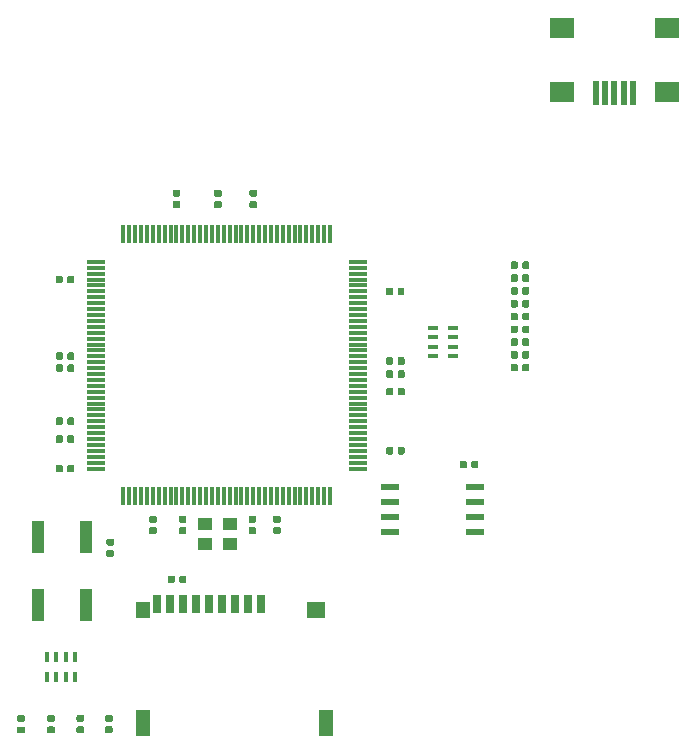
<source format=gbr>
G04 #@! TF.GenerationSoftware,KiCad,Pcbnew,5.0.2-bee76a0~70~ubuntu18.10.1*
G04 #@! TF.CreationDate,2019-03-15T00:59:30+01:00*
G04 #@! TF.ProjectId,Spartan6,53706172-7461-46e3-962e-6b696361645f,rev?*
G04 #@! TF.SameCoordinates,Original*
G04 #@! TF.FileFunction,Paste,Top*
G04 #@! TF.FilePolarity,Positive*
%FSLAX46Y46*%
G04 Gerber Fmt 4.6, Leading zero omitted, Abs format (unit mm)*
G04 Created by KiCad (PCBNEW 5.0.2-bee76a0~70~ubuntu18.10.1) date vie 15 mar 2019 00:59:30 CET*
%MOMM*%
%LPD*%
G01*
G04 APERTURE LIST*
%ADD10R,1.610000X0.580000*%
%ADD11R,1.000000X2.750000*%
%ADD12R,0.425000X0.900000*%
%ADD13R,0.900000X0.425000*%
%ADD14C,0.100000*%
%ADD15C,0.590000*%
%ADD16R,0.500000X2.000000*%
%ADD17R,2.000000X1.700000*%
%ADD18R,0.700000X1.600000*%
%ADD19R,1.200000X1.400000*%
%ADD20R,1.600000X1.400000*%
%ADD21R,1.200000X2.200000*%
%ADD22R,1.600000X0.300000*%
%ADD23R,0.300000X1.600000*%
%ADD24R,1.300000X1.100000*%
G04 APERTURE END LIST*
D10*
G04 #@! TO.C,U3*
X63857400Y-79151500D03*
X63857400Y-80421500D03*
X63857400Y-81691500D03*
X63857400Y-82961500D03*
X71067400Y-82961500D03*
X71067400Y-81691500D03*
X71067400Y-80421500D03*
X71067400Y-79151500D03*
G04 #@! TD*
D11*
G04 #@! TO.C,SW1*
X34113700Y-83373300D03*
X34113700Y-89133300D03*
X38113700Y-89133300D03*
X38113700Y-83373300D03*
G04 #@! TD*
D12*
G04 #@! TO.C,RN2*
X37237500Y-95216000D03*
X36437500Y-95216000D03*
X35637500Y-95216000D03*
X34837500Y-95216000D03*
X34837500Y-93516000D03*
X35637500Y-93516000D03*
X36437500Y-93516000D03*
X37237500Y-93516000D03*
G04 #@! TD*
D13*
G04 #@! TO.C,RN1*
X67537000Y-65657900D03*
X67537000Y-66457900D03*
X67537000Y-67257900D03*
X67537000Y-68057900D03*
X69237000Y-68057900D03*
X69237000Y-67257900D03*
X69237000Y-66457900D03*
X69237000Y-65657900D03*
G04 #@! TD*
D14*
G04 #@! TO.C,C15*
G36*
X36059958Y-73234010D02*
X36074276Y-73236134D01*
X36088317Y-73239651D01*
X36101946Y-73244528D01*
X36115031Y-73250717D01*
X36127447Y-73258158D01*
X36139073Y-73266781D01*
X36149798Y-73276502D01*
X36159519Y-73287227D01*
X36168142Y-73298853D01*
X36175583Y-73311269D01*
X36181772Y-73324354D01*
X36186649Y-73337983D01*
X36190166Y-73352024D01*
X36192290Y-73366342D01*
X36193000Y-73380800D01*
X36193000Y-73725800D01*
X36192290Y-73740258D01*
X36190166Y-73754576D01*
X36186649Y-73768617D01*
X36181772Y-73782246D01*
X36175583Y-73795331D01*
X36168142Y-73807747D01*
X36159519Y-73819373D01*
X36149798Y-73830098D01*
X36139073Y-73839819D01*
X36127447Y-73848442D01*
X36115031Y-73855883D01*
X36101946Y-73862072D01*
X36088317Y-73866949D01*
X36074276Y-73870466D01*
X36059958Y-73872590D01*
X36045500Y-73873300D01*
X35750500Y-73873300D01*
X35736042Y-73872590D01*
X35721724Y-73870466D01*
X35707683Y-73866949D01*
X35694054Y-73862072D01*
X35680969Y-73855883D01*
X35668553Y-73848442D01*
X35656927Y-73839819D01*
X35646202Y-73830098D01*
X35636481Y-73819373D01*
X35627858Y-73807747D01*
X35620417Y-73795331D01*
X35614228Y-73782246D01*
X35609351Y-73768617D01*
X35605834Y-73754576D01*
X35603710Y-73740258D01*
X35603000Y-73725800D01*
X35603000Y-73380800D01*
X35603710Y-73366342D01*
X35605834Y-73352024D01*
X35609351Y-73337983D01*
X35614228Y-73324354D01*
X35620417Y-73311269D01*
X35627858Y-73298853D01*
X35636481Y-73287227D01*
X35646202Y-73276502D01*
X35656927Y-73266781D01*
X35668553Y-73258158D01*
X35680969Y-73250717D01*
X35694054Y-73244528D01*
X35707683Y-73239651D01*
X35721724Y-73236134D01*
X35736042Y-73234010D01*
X35750500Y-73233300D01*
X36045500Y-73233300D01*
X36059958Y-73234010D01*
X36059958Y-73234010D01*
G37*
D15*
X35898000Y-73553300D03*
D14*
G36*
X37029958Y-73234010D02*
X37044276Y-73236134D01*
X37058317Y-73239651D01*
X37071946Y-73244528D01*
X37085031Y-73250717D01*
X37097447Y-73258158D01*
X37109073Y-73266781D01*
X37119798Y-73276502D01*
X37129519Y-73287227D01*
X37138142Y-73298853D01*
X37145583Y-73311269D01*
X37151772Y-73324354D01*
X37156649Y-73337983D01*
X37160166Y-73352024D01*
X37162290Y-73366342D01*
X37163000Y-73380800D01*
X37163000Y-73725800D01*
X37162290Y-73740258D01*
X37160166Y-73754576D01*
X37156649Y-73768617D01*
X37151772Y-73782246D01*
X37145583Y-73795331D01*
X37138142Y-73807747D01*
X37129519Y-73819373D01*
X37119798Y-73830098D01*
X37109073Y-73839819D01*
X37097447Y-73848442D01*
X37085031Y-73855883D01*
X37071946Y-73862072D01*
X37058317Y-73866949D01*
X37044276Y-73870466D01*
X37029958Y-73872590D01*
X37015500Y-73873300D01*
X36720500Y-73873300D01*
X36706042Y-73872590D01*
X36691724Y-73870466D01*
X36677683Y-73866949D01*
X36664054Y-73862072D01*
X36650969Y-73855883D01*
X36638553Y-73848442D01*
X36626927Y-73839819D01*
X36616202Y-73830098D01*
X36606481Y-73819373D01*
X36597858Y-73807747D01*
X36590417Y-73795331D01*
X36584228Y-73782246D01*
X36579351Y-73768617D01*
X36575834Y-73754576D01*
X36573710Y-73740258D01*
X36573000Y-73725800D01*
X36573000Y-73380800D01*
X36573710Y-73366342D01*
X36575834Y-73352024D01*
X36579351Y-73337983D01*
X36584228Y-73324354D01*
X36590417Y-73311269D01*
X36597858Y-73298853D01*
X36606481Y-73287227D01*
X36616202Y-73276502D01*
X36626927Y-73266781D01*
X36638553Y-73258158D01*
X36650969Y-73250717D01*
X36664054Y-73244528D01*
X36677683Y-73239651D01*
X36691724Y-73236134D01*
X36706042Y-73234010D01*
X36720500Y-73233300D01*
X37015500Y-73233300D01*
X37029958Y-73234010D01*
X37029958Y-73234010D01*
G37*
D15*
X36868000Y-73553300D03*
G04 #@! TD*
D14*
G04 #@! TO.C,C9*
G36*
X37009558Y-61240110D02*
X37023876Y-61242234D01*
X37037917Y-61245751D01*
X37051546Y-61250628D01*
X37064631Y-61256817D01*
X37077047Y-61264258D01*
X37088673Y-61272881D01*
X37099398Y-61282602D01*
X37109119Y-61293327D01*
X37117742Y-61304953D01*
X37125183Y-61317369D01*
X37131372Y-61330454D01*
X37136249Y-61344083D01*
X37139766Y-61358124D01*
X37141890Y-61372442D01*
X37142600Y-61386900D01*
X37142600Y-61731900D01*
X37141890Y-61746358D01*
X37139766Y-61760676D01*
X37136249Y-61774717D01*
X37131372Y-61788346D01*
X37125183Y-61801431D01*
X37117742Y-61813847D01*
X37109119Y-61825473D01*
X37099398Y-61836198D01*
X37088673Y-61845919D01*
X37077047Y-61854542D01*
X37064631Y-61861983D01*
X37051546Y-61868172D01*
X37037917Y-61873049D01*
X37023876Y-61876566D01*
X37009558Y-61878690D01*
X36995100Y-61879400D01*
X36700100Y-61879400D01*
X36685642Y-61878690D01*
X36671324Y-61876566D01*
X36657283Y-61873049D01*
X36643654Y-61868172D01*
X36630569Y-61861983D01*
X36618153Y-61854542D01*
X36606527Y-61845919D01*
X36595802Y-61836198D01*
X36586081Y-61825473D01*
X36577458Y-61813847D01*
X36570017Y-61801431D01*
X36563828Y-61788346D01*
X36558951Y-61774717D01*
X36555434Y-61760676D01*
X36553310Y-61746358D01*
X36552600Y-61731900D01*
X36552600Y-61386900D01*
X36553310Y-61372442D01*
X36555434Y-61358124D01*
X36558951Y-61344083D01*
X36563828Y-61330454D01*
X36570017Y-61317369D01*
X36577458Y-61304953D01*
X36586081Y-61293327D01*
X36595802Y-61282602D01*
X36606527Y-61272881D01*
X36618153Y-61264258D01*
X36630569Y-61256817D01*
X36643654Y-61250628D01*
X36657283Y-61245751D01*
X36671324Y-61242234D01*
X36685642Y-61240110D01*
X36700100Y-61239400D01*
X36995100Y-61239400D01*
X37009558Y-61240110D01*
X37009558Y-61240110D01*
G37*
D15*
X36847600Y-61559400D03*
D14*
G36*
X36039558Y-61240110D02*
X36053876Y-61242234D01*
X36067917Y-61245751D01*
X36081546Y-61250628D01*
X36094631Y-61256817D01*
X36107047Y-61264258D01*
X36118673Y-61272881D01*
X36129398Y-61282602D01*
X36139119Y-61293327D01*
X36147742Y-61304953D01*
X36155183Y-61317369D01*
X36161372Y-61330454D01*
X36166249Y-61344083D01*
X36169766Y-61358124D01*
X36171890Y-61372442D01*
X36172600Y-61386900D01*
X36172600Y-61731900D01*
X36171890Y-61746358D01*
X36169766Y-61760676D01*
X36166249Y-61774717D01*
X36161372Y-61788346D01*
X36155183Y-61801431D01*
X36147742Y-61813847D01*
X36139119Y-61825473D01*
X36129398Y-61836198D01*
X36118673Y-61845919D01*
X36107047Y-61854542D01*
X36094631Y-61861983D01*
X36081546Y-61868172D01*
X36067917Y-61873049D01*
X36053876Y-61876566D01*
X36039558Y-61878690D01*
X36025100Y-61879400D01*
X35730100Y-61879400D01*
X35715642Y-61878690D01*
X35701324Y-61876566D01*
X35687283Y-61873049D01*
X35673654Y-61868172D01*
X35660569Y-61861983D01*
X35648153Y-61854542D01*
X35636527Y-61845919D01*
X35625802Y-61836198D01*
X35616081Y-61825473D01*
X35607458Y-61813847D01*
X35600017Y-61801431D01*
X35593828Y-61788346D01*
X35588951Y-61774717D01*
X35585434Y-61760676D01*
X35583310Y-61746358D01*
X35582600Y-61731900D01*
X35582600Y-61386900D01*
X35583310Y-61372442D01*
X35585434Y-61358124D01*
X35588951Y-61344083D01*
X35593828Y-61330454D01*
X35600017Y-61317369D01*
X35607458Y-61304953D01*
X35616081Y-61293327D01*
X35625802Y-61282602D01*
X35636527Y-61272881D01*
X35648153Y-61264258D01*
X35660569Y-61256817D01*
X35673654Y-61250628D01*
X35687283Y-61245751D01*
X35701324Y-61242234D01*
X35715642Y-61240110D01*
X35730100Y-61239400D01*
X36025100Y-61239400D01*
X36039558Y-61240110D01*
X36039558Y-61240110D01*
G37*
D15*
X35877600Y-61559400D03*
G04 #@! TD*
D14*
G04 #@! TO.C,C10*
G36*
X36064958Y-67727310D02*
X36079276Y-67729434D01*
X36093317Y-67732951D01*
X36106946Y-67737828D01*
X36120031Y-67744017D01*
X36132447Y-67751458D01*
X36144073Y-67760081D01*
X36154798Y-67769802D01*
X36164519Y-67780527D01*
X36173142Y-67792153D01*
X36180583Y-67804569D01*
X36186772Y-67817654D01*
X36191649Y-67831283D01*
X36195166Y-67845324D01*
X36197290Y-67859642D01*
X36198000Y-67874100D01*
X36198000Y-68219100D01*
X36197290Y-68233558D01*
X36195166Y-68247876D01*
X36191649Y-68261917D01*
X36186772Y-68275546D01*
X36180583Y-68288631D01*
X36173142Y-68301047D01*
X36164519Y-68312673D01*
X36154798Y-68323398D01*
X36144073Y-68333119D01*
X36132447Y-68341742D01*
X36120031Y-68349183D01*
X36106946Y-68355372D01*
X36093317Y-68360249D01*
X36079276Y-68363766D01*
X36064958Y-68365890D01*
X36050500Y-68366600D01*
X35755500Y-68366600D01*
X35741042Y-68365890D01*
X35726724Y-68363766D01*
X35712683Y-68360249D01*
X35699054Y-68355372D01*
X35685969Y-68349183D01*
X35673553Y-68341742D01*
X35661927Y-68333119D01*
X35651202Y-68323398D01*
X35641481Y-68312673D01*
X35632858Y-68301047D01*
X35625417Y-68288631D01*
X35619228Y-68275546D01*
X35614351Y-68261917D01*
X35610834Y-68247876D01*
X35608710Y-68233558D01*
X35608000Y-68219100D01*
X35608000Y-67874100D01*
X35608710Y-67859642D01*
X35610834Y-67845324D01*
X35614351Y-67831283D01*
X35619228Y-67817654D01*
X35625417Y-67804569D01*
X35632858Y-67792153D01*
X35641481Y-67780527D01*
X35651202Y-67769802D01*
X35661927Y-67760081D01*
X35673553Y-67751458D01*
X35685969Y-67744017D01*
X35699054Y-67737828D01*
X35712683Y-67732951D01*
X35726724Y-67729434D01*
X35741042Y-67727310D01*
X35755500Y-67726600D01*
X36050500Y-67726600D01*
X36064958Y-67727310D01*
X36064958Y-67727310D01*
G37*
D15*
X35903000Y-68046600D03*
D14*
G36*
X37034958Y-67727310D02*
X37049276Y-67729434D01*
X37063317Y-67732951D01*
X37076946Y-67737828D01*
X37090031Y-67744017D01*
X37102447Y-67751458D01*
X37114073Y-67760081D01*
X37124798Y-67769802D01*
X37134519Y-67780527D01*
X37143142Y-67792153D01*
X37150583Y-67804569D01*
X37156772Y-67817654D01*
X37161649Y-67831283D01*
X37165166Y-67845324D01*
X37167290Y-67859642D01*
X37168000Y-67874100D01*
X37168000Y-68219100D01*
X37167290Y-68233558D01*
X37165166Y-68247876D01*
X37161649Y-68261917D01*
X37156772Y-68275546D01*
X37150583Y-68288631D01*
X37143142Y-68301047D01*
X37134519Y-68312673D01*
X37124798Y-68323398D01*
X37114073Y-68333119D01*
X37102447Y-68341742D01*
X37090031Y-68349183D01*
X37076946Y-68355372D01*
X37063317Y-68360249D01*
X37049276Y-68363766D01*
X37034958Y-68365890D01*
X37020500Y-68366600D01*
X36725500Y-68366600D01*
X36711042Y-68365890D01*
X36696724Y-68363766D01*
X36682683Y-68360249D01*
X36669054Y-68355372D01*
X36655969Y-68349183D01*
X36643553Y-68341742D01*
X36631927Y-68333119D01*
X36621202Y-68323398D01*
X36611481Y-68312673D01*
X36602858Y-68301047D01*
X36595417Y-68288631D01*
X36589228Y-68275546D01*
X36584351Y-68261917D01*
X36580834Y-68247876D01*
X36578710Y-68233558D01*
X36578000Y-68219100D01*
X36578000Y-67874100D01*
X36578710Y-67859642D01*
X36580834Y-67845324D01*
X36584351Y-67831283D01*
X36589228Y-67817654D01*
X36595417Y-67804569D01*
X36602858Y-67792153D01*
X36611481Y-67780527D01*
X36621202Y-67769802D01*
X36631927Y-67760081D01*
X36643553Y-67751458D01*
X36655969Y-67744017D01*
X36669054Y-67737828D01*
X36682683Y-67732951D01*
X36696724Y-67729434D01*
X36711042Y-67727310D01*
X36725500Y-67726600D01*
X37020500Y-67726600D01*
X37034958Y-67727310D01*
X37034958Y-67727310D01*
G37*
D15*
X36873000Y-68046600D03*
G04 #@! TD*
D14*
G04 #@! TO.C,C11*
G36*
X64025358Y-70734710D02*
X64039676Y-70736834D01*
X64053717Y-70740351D01*
X64067346Y-70745228D01*
X64080431Y-70751417D01*
X64092847Y-70758858D01*
X64104473Y-70767481D01*
X64115198Y-70777202D01*
X64124919Y-70787927D01*
X64133542Y-70799553D01*
X64140983Y-70811969D01*
X64147172Y-70825054D01*
X64152049Y-70838683D01*
X64155566Y-70852724D01*
X64157690Y-70867042D01*
X64158400Y-70881500D01*
X64158400Y-71226500D01*
X64157690Y-71240958D01*
X64155566Y-71255276D01*
X64152049Y-71269317D01*
X64147172Y-71282946D01*
X64140983Y-71296031D01*
X64133542Y-71308447D01*
X64124919Y-71320073D01*
X64115198Y-71330798D01*
X64104473Y-71340519D01*
X64092847Y-71349142D01*
X64080431Y-71356583D01*
X64067346Y-71362772D01*
X64053717Y-71367649D01*
X64039676Y-71371166D01*
X64025358Y-71373290D01*
X64010900Y-71374000D01*
X63715900Y-71374000D01*
X63701442Y-71373290D01*
X63687124Y-71371166D01*
X63673083Y-71367649D01*
X63659454Y-71362772D01*
X63646369Y-71356583D01*
X63633953Y-71349142D01*
X63622327Y-71340519D01*
X63611602Y-71330798D01*
X63601881Y-71320073D01*
X63593258Y-71308447D01*
X63585817Y-71296031D01*
X63579628Y-71282946D01*
X63574751Y-71269317D01*
X63571234Y-71255276D01*
X63569110Y-71240958D01*
X63568400Y-71226500D01*
X63568400Y-70881500D01*
X63569110Y-70867042D01*
X63571234Y-70852724D01*
X63574751Y-70838683D01*
X63579628Y-70825054D01*
X63585817Y-70811969D01*
X63593258Y-70799553D01*
X63601881Y-70787927D01*
X63611602Y-70777202D01*
X63622327Y-70767481D01*
X63633953Y-70758858D01*
X63646369Y-70751417D01*
X63659454Y-70745228D01*
X63673083Y-70740351D01*
X63687124Y-70736834D01*
X63701442Y-70734710D01*
X63715900Y-70734000D01*
X64010900Y-70734000D01*
X64025358Y-70734710D01*
X64025358Y-70734710D01*
G37*
D15*
X63863400Y-71054000D03*
D14*
G36*
X64995358Y-70734710D02*
X65009676Y-70736834D01*
X65023717Y-70740351D01*
X65037346Y-70745228D01*
X65050431Y-70751417D01*
X65062847Y-70758858D01*
X65074473Y-70767481D01*
X65085198Y-70777202D01*
X65094919Y-70787927D01*
X65103542Y-70799553D01*
X65110983Y-70811969D01*
X65117172Y-70825054D01*
X65122049Y-70838683D01*
X65125566Y-70852724D01*
X65127690Y-70867042D01*
X65128400Y-70881500D01*
X65128400Y-71226500D01*
X65127690Y-71240958D01*
X65125566Y-71255276D01*
X65122049Y-71269317D01*
X65117172Y-71282946D01*
X65110983Y-71296031D01*
X65103542Y-71308447D01*
X65094919Y-71320073D01*
X65085198Y-71330798D01*
X65074473Y-71340519D01*
X65062847Y-71349142D01*
X65050431Y-71356583D01*
X65037346Y-71362772D01*
X65023717Y-71367649D01*
X65009676Y-71371166D01*
X64995358Y-71373290D01*
X64980900Y-71374000D01*
X64685900Y-71374000D01*
X64671442Y-71373290D01*
X64657124Y-71371166D01*
X64643083Y-71367649D01*
X64629454Y-71362772D01*
X64616369Y-71356583D01*
X64603953Y-71349142D01*
X64592327Y-71340519D01*
X64581602Y-71330798D01*
X64571881Y-71320073D01*
X64563258Y-71308447D01*
X64555817Y-71296031D01*
X64549628Y-71282946D01*
X64544751Y-71269317D01*
X64541234Y-71255276D01*
X64539110Y-71240958D01*
X64538400Y-71226500D01*
X64538400Y-70881500D01*
X64539110Y-70867042D01*
X64541234Y-70852724D01*
X64544751Y-70838683D01*
X64549628Y-70825054D01*
X64555817Y-70811969D01*
X64563258Y-70799553D01*
X64571881Y-70787927D01*
X64581602Y-70777202D01*
X64592327Y-70767481D01*
X64603953Y-70758858D01*
X64616369Y-70751417D01*
X64629454Y-70745228D01*
X64643083Y-70740351D01*
X64657124Y-70736834D01*
X64671442Y-70734710D01*
X64685900Y-70734000D01*
X64980900Y-70734000D01*
X64995358Y-70734710D01*
X64995358Y-70734710D01*
G37*
D15*
X64833400Y-71054000D03*
G04 #@! TD*
D14*
G04 #@! TO.C,C12*
G36*
X36064958Y-68738210D02*
X36079276Y-68740334D01*
X36093317Y-68743851D01*
X36106946Y-68748728D01*
X36120031Y-68754917D01*
X36132447Y-68762358D01*
X36144073Y-68770981D01*
X36154798Y-68780702D01*
X36164519Y-68791427D01*
X36173142Y-68803053D01*
X36180583Y-68815469D01*
X36186772Y-68828554D01*
X36191649Y-68842183D01*
X36195166Y-68856224D01*
X36197290Y-68870542D01*
X36198000Y-68885000D01*
X36198000Y-69230000D01*
X36197290Y-69244458D01*
X36195166Y-69258776D01*
X36191649Y-69272817D01*
X36186772Y-69286446D01*
X36180583Y-69299531D01*
X36173142Y-69311947D01*
X36164519Y-69323573D01*
X36154798Y-69334298D01*
X36144073Y-69344019D01*
X36132447Y-69352642D01*
X36120031Y-69360083D01*
X36106946Y-69366272D01*
X36093317Y-69371149D01*
X36079276Y-69374666D01*
X36064958Y-69376790D01*
X36050500Y-69377500D01*
X35755500Y-69377500D01*
X35741042Y-69376790D01*
X35726724Y-69374666D01*
X35712683Y-69371149D01*
X35699054Y-69366272D01*
X35685969Y-69360083D01*
X35673553Y-69352642D01*
X35661927Y-69344019D01*
X35651202Y-69334298D01*
X35641481Y-69323573D01*
X35632858Y-69311947D01*
X35625417Y-69299531D01*
X35619228Y-69286446D01*
X35614351Y-69272817D01*
X35610834Y-69258776D01*
X35608710Y-69244458D01*
X35608000Y-69230000D01*
X35608000Y-68885000D01*
X35608710Y-68870542D01*
X35610834Y-68856224D01*
X35614351Y-68842183D01*
X35619228Y-68828554D01*
X35625417Y-68815469D01*
X35632858Y-68803053D01*
X35641481Y-68791427D01*
X35651202Y-68780702D01*
X35661927Y-68770981D01*
X35673553Y-68762358D01*
X35685969Y-68754917D01*
X35699054Y-68748728D01*
X35712683Y-68743851D01*
X35726724Y-68740334D01*
X35741042Y-68738210D01*
X35755500Y-68737500D01*
X36050500Y-68737500D01*
X36064958Y-68738210D01*
X36064958Y-68738210D01*
G37*
D15*
X35903000Y-69057500D03*
D14*
G36*
X37034958Y-68738210D02*
X37049276Y-68740334D01*
X37063317Y-68743851D01*
X37076946Y-68748728D01*
X37090031Y-68754917D01*
X37102447Y-68762358D01*
X37114073Y-68770981D01*
X37124798Y-68780702D01*
X37134519Y-68791427D01*
X37143142Y-68803053D01*
X37150583Y-68815469D01*
X37156772Y-68828554D01*
X37161649Y-68842183D01*
X37165166Y-68856224D01*
X37167290Y-68870542D01*
X37168000Y-68885000D01*
X37168000Y-69230000D01*
X37167290Y-69244458D01*
X37165166Y-69258776D01*
X37161649Y-69272817D01*
X37156772Y-69286446D01*
X37150583Y-69299531D01*
X37143142Y-69311947D01*
X37134519Y-69323573D01*
X37124798Y-69334298D01*
X37114073Y-69344019D01*
X37102447Y-69352642D01*
X37090031Y-69360083D01*
X37076946Y-69366272D01*
X37063317Y-69371149D01*
X37049276Y-69374666D01*
X37034958Y-69376790D01*
X37020500Y-69377500D01*
X36725500Y-69377500D01*
X36711042Y-69376790D01*
X36696724Y-69374666D01*
X36682683Y-69371149D01*
X36669054Y-69366272D01*
X36655969Y-69360083D01*
X36643553Y-69352642D01*
X36631927Y-69344019D01*
X36621202Y-69334298D01*
X36611481Y-69323573D01*
X36602858Y-69311947D01*
X36595417Y-69299531D01*
X36589228Y-69286446D01*
X36584351Y-69272817D01*
X36580834Y-69258776D01*
X36578710Y-69244458D01*
X36578000Y-69230000D01*
X36578000Y-68885000D01*
X36578710Y-68870542D01*
X36580834Y-68856224D01*
X36584351Y-68842183D01*
X36589228Y-68828554D01*
X36595417Y-68815469D01*
X36602858Y-68803053D01*
X36611481Y-68791427D01*
X36621202Y-68780702D01*
X36631927Y-68770981D01*
X36643553Y-68762358D01*
X36655969Y-68754917D01*
X36669054Y-68748728D01*
X36682683Y-68743851D01*
X36696724Y-68740334D01*
X36711042Y-68738210D01*
X36725500Y-68737500D01*
X37020500Y-68737500D01*
X37034958Y-68738210D01*
X37034958Y-68738210D01*
G37*
D15*
X36873000Y-69057500D03*
G04 #@! TD*
D14*
G04 #@! TO.C,C13*
G36*
X37014658Y-74742810D02*
X37028976Y-74744934D01*
X37043017Y-74748451D01*
X37056646Y-74753328D01*
X37069731Y-74759517D01*
X37082147Y-74766958D01*
X37093773Y-74775581D01*
X37104498Y-74785302D01*
X37114219Y-74796027D01*
X37122842Y-74807653D01*
X37130283Y-74820069D01*
X37136472Y-74833154D01*
X37141349Y-74846783D01*
X37144866Y-74860824D01*
X37146990Y-74875142D01*
X37147700Y-74889600D01*
X37147700Y-75234600D01*
X37146990Y-75249058D01*
X37144866Y-75263376D01*
X37141349Y-75277417D01*
X37136472Y-75291046D01*
X37130283Y-75304131D01*
X37122842Y-75316547D01*
X37114219Y-75328173D01*
X37104498Y-75338898D01*
X37093773Y-75348619D01*
X37082147Y-75357242D01*
X37069731Y-75364683D01*
X37056646Y-75370872D01*
X37043017Y-75375749D01*
X37028976Y-75379266D01*
X37014658Y-75381390D01*
X37000200Y-75382100D01*
X36705200Y-75382100D01*
X36690742Y-75381390D01*
X36676424Y-75379266D01*
X36662383Y-75375749D01*
X36648754Y-75370872D01*
X36635669Y-75364683D01*
X36623253Y-75357242D01*
X36611627Y-75348619D01*
X36600902Y-75338898D01*
X36591181Y-75328173D01*
X36582558Y-75316547D01*
X36575117Y-75304131D01*
X36568928Y-75291046D01*
X36564051Y-75277417D01*
X36560534Y-75263376D01*
X36558410Y-75249058D01*
X36557700Y-75234600D01*
X36557700Y-74889600D01*
X36558410Y-74875142D01*
X36560534Y-74860824D01*
X36564051Y-74846783D01*
X36568928Y-74833154D01*
X36575117Y-74820069D01*
X36582558Y-74807653D01*
X36591181Y-74796027D01*
X36600902Y-74785302D01*
X36611627Y-74775581D01*
X36623253Y-74766958D01*
X36635669Y-74759517D01*
X36648754Y-74753328D01*
X36662383Y-74748451D01*
X36676424Y-74744934D01*
X36690742Y-74742810D01*
X36705200Y-74742100D01*
X37000200Y-74742100D01*
X37014658Y-74742810D01*
X37014658Y-74742810D01*
G37*
D15*
X36852700Y-75062100D03*
D14*
G36*
X36044658Y-74742810D02*
X36058976Y-74744934D01*
X36073017Y-74748451D01*
X36086646Y-74753328D01*
X36099731Y-74759517D01*
X36112147Y-74766958D01*
X36123773Y-74775581D01*
X36134498Y-74785302D01*
X36144219Y-74796027D01*
X36152842Y-74807653D01*
X36160283Y-74820069D01*
X36166472Y-74833154D01*
X36171349Y-74846783D01*
X36174866Y-74860824D01*
X36176990Y-74875142D01*
X36177700Y-74889600D01*
X36177700Y-75234600D01*
X36176990Y-75249058D01*
X36174866Y-75263376D01*
X36171349Y-75277417D01*
X36166472Y-75291046D01*
X36160283Y-75304131D01*
X36152842Y-75316547D01*
X36144219Y-75328173D01*
X36134498Y-75338898D01*
X36123773Y-75348619D01*
X36112147Y-75357242D01*
X36099731Y-75364683D01*
X36086646Y-75370872D01*
X36073017Y-75375749D01*
X36058976Y-75379266D01*
X36044658Y-75381390D01*
X36030200Y-75382100D01*
X35735200Y-75382100D01*
X35720742Y-75381390D01*
X35706424Y-75379266D01*
X35692383Y-75375749D01*
X35678754Y-75370872D01*
X35665669Y-75364683D01*
X35653253Y-75357242D01*
X35641627Y-75348619D01*
X35630902Y-75338898D01*
X35621181Y-75328173D01*
X35612558Y-75316547D01*
X35605117Y-75304131D01*
X35598928Y-75291046D01*
X35594051Y-75277417D01*
X35590534Y-75263376D01*
X35588410Y-75249058D01*
X35587700Y-75234600D01*
X35587700Y-74889600D01*
X35588410Y-74875142D01*
X35590534Y-74860824D01*
X35594051Y-74846783D01*
X35598928Y-74833154D01*
X35605117Y-74820069D01*
X35612558Y-74807653D01*
X35621181Y-74796027D01*
X35630902Y-74785302D01*
X35641627Y-74775581D01*
X35653253Y-74766958D01*
X35665669Y-74759517D01*
X35678754Y-74753328D01*
X35692383Y-74748451D01*
X35706424Y-74744934D01*
X35720742Y-74742810D01*
X35735200Y-74742100D01*
X36030200Y-74742100D01*
X36044658Y-74742810D01*
X36044658Y-74742810D01*
G37*
D15*
X35882700Y-75062100D03*
G04 #@! TD*
D14*
G04 #@! TO.C,C14*
G36*
X64985158Y-68133710D02*
X64999476Y-68135834D01*
X65013517Y-68139351D01*
X65027146Y-68144228D01*
X65040231Y-68150417D01*
X65052647Y-68157858D01*
X65064273Y-68166481D01*
X65074998Y-68176202D01*
X65084719Y-68186927D01*
X65093342Y-68198553D01*
X65100783Y-68210969D01*
X65106972Y-68224054D01*
X65111849Y-68237683D01*
X65115366Y-68251724D01*
X65117490Y-68266042D01*
X65118200Y-68280500D01*
X65118200Y-68625500D01*
X65117490Y-68639958D01*
X65115366Y-68654276D01*
X65111849Y-68668317D01*
X65106972Y-68681946D01*
X65100783Y-68695031D01*
X65093342Y-68707447D01*
X65084719Y-68719073D01*
X65074998Y-68729798D01*
X65064273Y-68739519D01*
X65052647Y-68748142D01*
X65040231Y-68755583D01*
X65027146Y-68761772D01*
X65013517Y-68766649D01*
X64999476Y-68770166D01*
X64985158Y-68772290D01*
X64970700Y-68773000D01*
X64675700Y-68773000D01*
X64661242Y-68772290D01*
X64646924Y-68770166D01*
X64632883Y-68766649D01*
X64619254Y-68761772D01*
X64606169Y-68755583D01*
X64593753Y-68748142D01*
X64582127Y-68739519D01*
X64571402Y-68729798D01*
X64561681Y-68719073D01*
X64553058Y-68707447D01*
X64545617Y-68695031D01*
X64539428Y-68681946D01*
X64534551Y-68668317D01*
X64531034Y-68654276D01*
X64528910Y-68639958D01*
X64528200Y-68625500D01*
X64528200Y-68280500D01*
X64528910Y-68266042D01*
X64531034Y-68251724D01*
X64534551Y-68237683D01*
X64539428Y-68224054D01*
X64545617Y-68210969D01*
X64553058Y-68198553D01*
X64561681Y-68186927D01*
X64571402Y-68176202D01*
X64582127Y-68166481D01*
X64593753Y-68157858D01*
X64606169Y-68150417D01*
X64619254Y-68144228D01*
X64632883Y-68139351D01*
X64646924Y-68135834D01*
X64661242Y-68133710D01*
X64675700Y-68133000D01*
X64970700Y-68133000D01*
X64985158Y-68133710D01*
X64985158Y-68133710D01*
G37*
D15*
X64823200Y-68453000D03*
D14*
G36*
X64015158Y-68133710D02*
X64029476Y-68135834D01*
X64043517Y-68139351D01*
X64057146Y-68144228D01*
X64070231Y-68150417D01*
X64082647Y-68157858D01*
X64094273Y-68166481D01*
X64104998Y-68176202D01*
X64114719Y-68186927D01*
X64123342Y-68198553D01*
X64130783Y-68210969D01*
X64136972Y-68224054D01*
X64141849Y-68237683D01*
X64145366Y-68251724D01*
X64147490Y-68266042D01*
X64148200Y-68280500D01*
X64148200Y-68625500D01*
X64147490Y-68639958D01*
X64145366Y-68654276D01*
X64141849Y-68668317D01*
X64136972Y-68681946D01*
X64130783Y-68695031D01*
X64123342Y-68707447D01*
X64114719Y-68719073D01*
X64104998Y-68729798D01*
X64094273Y-68739519D01*
X64082647Y-68748142D01*
X64070231Y-68755583D01*
X64057146Y-68761772D01*
X64043517Y-68766649D01*
X64029476Y-68770166D01*
X64015158Y-68772290D01*
X64000700Y-68773000D01*
X63705700Y-68773000D01*
X63691242Y-68772290D01*
X63676924Y-68770166D01*
X63662883Y-68766649D01*
X63649254Y-68761772D01*
X63636169Y-68755583D01*
X63623753Y-68748142D01*
X63612127Y-68739519D01*
X63601402Y-68729798D01*
X63591681Y-68719073D01*
X63583058Y-68707447D01*
X63575617Y-68695031D01*
X63569428Y-68681946D01*
X63564551Y-68668317D01*
X63561034Y-68654276D01*
X63558910Y-68639958D01*
X63558200Y-68625500D01*
X63558200Y-68280500D01*
X63558910Y-68266042D01*
X63561034Y-68251724D01*
X63564551Y-68237683D01*
X63569428Y-68224054D01*
X63575617Y-68210969D01*
X63583058Y-68198553D01*
X63591681Y-68186927D01*
X63601402Y-68176202D01*
X63612127Y-68166481D01*
X63623753Y-68157858D01*
X63636169Y-68150417D01*
X63649254Y-68144228D01*
X63662883Y-68139351D01*
X63676924Y-68135834D01*
X63691242Y-68133710D01*
X63705700Y-68133000D01*
X64000700Y-68133000D01*
X64015158Y-68133710D01*
X64015158Y-68133710D01*
G37*
D15*
X63853200Y-68453000D03*
G04 #@! TD*
D14*
G04 #@! TO.C,C27*
G36*
X64020258Y-75733410D02*
X64034576Y-75735534D01*
X64048617Y-75739051D01*
X64062246Y-75743928D01*
X64075331Y-75750117D01*
X64087747Y-75757558D01*
X64099373Y-75766181D01*
X64110098Y-75775902D01*
X64119819Y-75786627D01*
X64128442Y-75798253D01*
X64135883Y-75810669D01*
X64142072Y-75823754D01*
X64146949Y-75837383D01*
X64150466Y-75851424D01*
X64152590Y-75865742D01*
X64153300Y-75880200D01*
X64153300Y-76225200D01*
X64152590Y-76239658D01*
X64150466Y-76253976D01*
X64146949Y-76268017D01*
X64142072Y-76281646D01*
X64135883Y-76294731D01*
X64128442Y-76307147D01*
X64119819Y-76318773D01*
X64110098Y-76329498D01*
X64099373Y-76339219D01*
X64087747Y-76347842D01*
X64075331Y-76355283D01*
X64062246Y-76361472D01*
X64048617Y-76366349D01*
X64034576Y-76369866D01*
X64020258Y-76371990D01*
X64005800Y-76372700D01*
X63710800Y-76372700D01*
X63696342Y-76371990D01*
X63682024Y-76369866D01*
X63667983Y-76366349D01*
X63654354Y-76361472D01*
X63641269Y-76355283D01*
X63628853Y-76347842D01*
X63617227Y-76339219D01*
X63606502Y-76329498D01*
X63596781Y-76318773D01*
X63588158Y-76307147D01*
X63580717Y-76294731D01*
X63574528Y-76281646D01*
X63569651Y-76268017D01*
X63566134Y-76253976D01*
X63564010Y-76239658D01*
X63563300Y-76225200D01*
X63563300Y-75880200D01*
X63564010Y-75865742D01*
X63566134Y-75851424D01*
X63569651Y-75837383D01*
X63574528Y-75823754D01*
X63580717Y-75810669D01*
X63588158Y-75798253D01*
X63596781Y-75786627D01*
X63606502Y-75775902D01*
X63617227Y-75766181D01*
X63628853Y-75757558D01*
X63641269Y-75750117D01*
X63654354Y-75743928D01*
X63667983Y-75739051D01*
X63682024Y-75735534D01*
X63696342Y-75733410D01*
X63710800Y-75732700D01*
X64005800Y-75732700D01*
X64020258Y-75733410D01*
X64020258Y-75733410D01*
G37*
D15*
X63858300Y-76052700D03*
D14*
G36*
X64990258Y-75733410D02*
X65004576Y-75735534D01*
X65018617Y-75739051D01*
X65032246Y-75743928D01*
X65045331Y-75750117D01*
X65057747Y-75757558D01*
X65069373Y-75766181D01*
X65080098Y-75775902D01*
X65089819Y-75786627D01*
X65098442Y-75798253D01*
X65105883Y-75810669D01*
X65112072Y-75823754D01*
X65116949Y-75837383D01*
X65120466Y-75851424D01*
X65122590Y-75865742D01*
X65123300Y-75880200D01*
X65123300Y-76225200D01*
X65122590Y-76239658D01*
X65120466Y-76253976D01*
X65116949Y-76268017D01*
X65112072Y-76281646D01*
X65105883Y-76294731D01*
X65098442Y-76307147D01*
X65089819Y-76318773D01*
X65080098Y-76329498D01*
X65069373Y-76339219D01*
X65057747Y-76347842D01*
X65045331Y-76355283D01*
X65032246Y-76361472D01*
X65018617Y-76366349D01*
X65004576Y-76369866D01*
X64990258Y-76371990D01*
X64975800Y-76372700D01*
X64680800Y-76372700D01*
X64666342Y-76371990D01*
X64652024Y-76369866D01*
X64637983Y-76366349D01*
X64624354Y-76361472D01*
X64611269Y-76355283D01*
X64598853Y-76347842D01*
X64587227Y-76339219D01*
X64576502Y-76329498D01*
X64566781Y-76318773D01*
X64558158Y-76307147D01*
X64550717Y-76294731D01*
X64544528Y-76281646D01*
X64539651Y-76268017D01*
X64536134Y-76253976D01*
X64534010Y-76239658D01*
X64533300Y-76225200D01*
X64533300Y-75880200D01*
X64534010Y-75865742D01*
X64536134Y-75851424D01*
X64539651Y-75837383D01*
X64544528Y-75823754D01*
X64550717Y-75810669D01*
X64558158Y-75798253D01*
X64566781Y-75786627D01*
X64576502Y-75775902D01*
X64587227Y-75766181D01*
X64598853Y-75757558D01*
X64611269Y-75750117D01*
X64624354Y-75743928D01*
X64637983Y-75739051D01*
X64652024Y-75735534D01*
X64666342Y-75733410D01*
X64680800Y-75732700D01*
X64975800Y-75732700D01*
X64990258Y-75733410D01*
X64990258Y-75733410D01*
G37*
D15*
X64828300Y-76052700D03*
G04 #@! TD*
D14*
G04 #@! TO.C,C17*
G36*
X64980058Y-62256110D02*
X64994376Y-62258234D01*
X65008417Y-62261751D01*
X65022046Y-62266628D01*
X65035131Y-62272817D01*
X65047547Y-62280258D01*
X65059173Y-62288881D01*
X65069898Y-62298602D01*
X65079619Y-62309327D01*
X65088242Y-62320953D01*
X65095683Y-62333369D01*
X65101872Y-62346454D01*
X65106749Y-62360083D01*
X65110266Y-62374124D01*
X65112390Y-62388442D01*
X65113100Y-62402900D01*
X65113100Y-62747900D01*
X65112390Y-62762358D01*
X65110266Y-62776676D01*
X65106749Y-62790717D01*
X65101872Y-62804346D01*
X65095683Y-62817431D01*
X65088242Y-62829847D01*
X65079619Y-62841473D01*
X65069898Y-62852198D01*
X65059173Y-62861919D01*
X65047547Y-62870542D01*
X65035131Y-62877983D01*
X65022046Y-62884172D01*
X65008417Y-62889049D01*
X64994376Y-62892566D01*
X64980058Y-62894690D01*
X64965600Y-62895400D01*
X64670600Y-62895400D01*
X64656142Y-62894690D01*
X64641824Y-62892566D01*
X64627783Y-62889049D01*
X64614154Y-62884172D01*
X64601069Y-62877983D01*
X64588653Y-62870542D01*
X64577027Y-62861919D01*
X64566302Y-62852198D01*
X64556581Y-62841473D01*
X64547958Y-62829847D01*
X64540517Y-62817431D01*
X64534328Y-62804346D01*
X64529451Y-62790717D01*
X64525934Y-62776676D01*
X64523810Y-62762358D01*
X64523100Y-62747900D01*
X64523100Y-62402900D01*
X64523810Y-62388442D01*
X64525934Y-62374124D01*
X64529451Y-62360083D01*
X64534328Y-62346454D01*
X64540517Y-62333369D01*
X64547958Y-62320953D01*
X64556581Y-62309327D01*
X64566302Y-62298602D01*
X64577027Y-62288881D01*
X64588653Y-62280258D01*
X64601069Y-62272817D01*
X64614154Y-62266628D01*
X64627783Y-62261751D01*
X64641824Y-62258234D01*
X64656142Y-62256110D01*
X64670600Y-62255400D01*
X64965600Y-62255400D01*
X64980058Y-62256110D01*
X64980058Y-62256110D01*
G37*
D15*
X64818100Y-62575400D03*
D14*
G36*
X64010058Y-62256110D02*
X64024376Y-62258234D01*
X64038417Y-62261751D01*
X64052046Y-62266628D01*
X64065131Y-62272817D01*
X64077547Y-62280258D01*
X64089173Y-62288881D01*
X64099898Y-62298602D01*
X64109619Y-62309327D01*
X64118242Y-62320953D01*
X64125683Y-62333369D01*
X64131872Y-62346454D01*
X64136749Y-62360083D01*
X64140266Y-62374124D01*
X64142390Y-62388442D01*
X64143100Y-62402900D01*
X64143100Y-62747900D01*
X64142390Y-62762358D01*
X64140266Y-62776676D01*
X64136749Y-62790717D01*
X64131872Y-62804346D01*
X64125683Y-62817431D01*
X64118242Y-62829847D01*
X64109619Y-62841473D01*
X64099898Y-62852198D01*
X64089173Y-62861919D01*
X64077547Y-62870542D01*
X64065131Y-62877983D01*
X64052046Y-62884172D01*
X64038417Y-62889049D01*
X64024376Y-62892566D01*
X64010058Y-62894690D01*
X63995600Y-62895400D01*
X63700600Y-62895400D01*
X63686142Y-62894690D01*
X63671824Y-62892566D01*
X63657783Y-62889049D01*
X63644154Y-62884172D01*
X63631069Y-62877983D01*
X63618653Y-62870542D01*
X63607027Y-62861919D01*
X63596302Y-62852198D01*
X63586581Y-62841473D01*
X63577958Y-62829847D01*
X63570517Y-62817431D01*
X63564328Y-62804346D01*
X63559451Y-62790717D01*
X63555934Y-62776676D01*
X63553810Y-62762358D01*
X63553100Y-62747900D01*
X63553100Y-62402900D01*
X63553810Y-62388442D01*
X63555934Y-62374124D01*
X63559451Y-62360083D01*
X63564328Y-62346454D01*
X63570517Y-62333369D01*
X63577958Y-62320953D01*
X63586581Y-62309327D01*
X63596302Y-62298602D01*
X63607027Y-62288881D01*
X63618653Y-62280258D01*
X63631069Y-62272817D01*
X63644154Y-62266628D01*
X63657783Y-62261751D01*
X63671824Y-62258234D01*
X63686142Y-62256110D01*
X63700600Y-62255400D01*
X63995600Y-62255400D01*
X64010058Y-62256110D01*
X64010058Y-62256110D01*
G37*
D15*
X63848100Y-62575400D03*
G04 #@! TD*
D14*
G04 #@! TO.C,C18*
G36*
X46521658Y-81557310D02*
X46535976Y-81559434D01*
X46550017Y-81562951D01*
X46563646Y-81567828D01*
X46576731Y-81574017D01*
X46589147Y-81581458D01*
X46600773Y-81590081D01*
X46611498Y-81599802D01*
X46621219Y-81610527D01*
X46629842Y-81622153D01*
X46637283Y-81634569D01*
X46643472Y-81647654D01*
X46648349Y-81661283D01*
X46651866Y-81675324D01*
X46653990Y-81689642D01*
X46654700Y-81704100D01*
X46654700Y-81999100D01*
X46653990Y-82013558D01*
X46651866Y-82027876D01*
X46648349Y-82041917D01*
X46643472Y-82055546D01*
X46637283Y-82068631D01*
X46629842Y-82081047D01*
X46621219Y-82092673D01*
X46611498Y-82103398D01*
X46600773Y-82113119D01*
X46589147Y-82121742D01*
X46576731Y-82129183D01*
X46563646Y-82135372D01*
X46550017Y-82140249D01*
X46535976Y-82143766D01*
X46521658Y-82145890D01*
X46507200Y-82146600D01*
X46162200Y-82146600D01*
X46147742Y-82145890D01*
X46133424Y-82143766D01*
X46119383Y-82140249D01*
X46105754Y-82135372D01*
X46092669Y-82129183D01*
X46080253Y-82121742D01*
X46068627Y-82113119D01*
X46057902Y-82103398D01*
X46048181Y-82092673D01*
X46039558Y-82081047D01*
X46032117Y-82068631D01*
X46025928Y-82055546D01*
X46021051Y-82041917D01*
X46017534Y-82027876D01*
X46015410Y-82013558D01*
X46014700Y-81999100D01*
X46014700Y-81704100D01*
X46015410Y-81689642D01*
X46017534Y-81675324D01*
X46021051Y-81661283D01*
X46025928Y-81647654D01*
X46032117Y-81634569D01*
X46039558Y-81622153D01*
X46048181Y-81610527D01*
X46057902Y-81599802D01*
X46068627Y-81590081D01*
X46080253Y-81581458D01*
X46092669Y-81574017D01*
X46105754Y-81567828D01*
X46119383Y-81562951D01*
X46133424Y-81559434D01*
X46147742Y-81557310D01*
X46162200Y-81556600D01*
X46507200Y-81556600D01*
X46521658Y-81557310D01*
X46521658Y-81557310D01*
G37*
D15*
X46334700Y-81851600D03*
D14*
G36*
X46521658Y-82527310D02*
X46535976Y-82529434D01*
X46550017Y-82532951D01*
X46563646Y-82537828D01*
X46576731Y-82544017D01*
X46589147Y-82551458D01*
X46600773Y-82560081D01*
X46611498Y-82569802D01*
X46621219Y-82580527D01*
X46629842Y-82592153D01*
X46637283Y-82604569D01*
X46643472Y-82617654D01*
X46648349Y-82631283D01*
X46651866Y-82645324D01*
X46653990Y-82659642D01*
X46654700Y-82674100D01*
X46654700Y-82969100D01*
X46653990Y-82983558D01*
X46651866Y-82997876D01*
X46648349Y-83011917D01*
X46643472Y-83025546D01*
X46637283Y-83038631D01*
X46629842Y-83051047D01*
X46621219Y-83062673D01*
X46611498Y-83073398D01*
X46600773Y-83083119D01*
X46589147Y-83091742D01*
X46576731Y-83099183D01*
X46563646Y-83105372D01*
X46550017Y-83110249D01*
X46535976Y-83113766D01*
X46521658Y-83115890D01*
X46507200Y-83116600D01*
X46162200Y-83116600D01*
X46147742Y-83115890D01*
X46133424Y-83113766D01*
X46119383Y-83110249D01*
X46105754Y-83105372D01*
X46092669Y-83099183D01*
X46080253Y-83091742D01*
X46068627Y-83083119D01*
X46057902Y-83073398D01*
X46048181Y-83062673D01*
X46039558Y-83051047D01*
X46032117Y-83038631D01*
X46025928Y-83025546D01*
X46021051Y-83011917D01*
X46017534Y-82997876D01*
X46015410Y-82983558D01*
X46014700Y-82969100D01*
X46014700Y-82674100D01*
X46015410Y-82659642D01*
X46017534Y-82645324D01*
X46021051Y-82631283D01*
X46025928Y-82617654D01*
X46032117Y-82604569D01*
X46039558Y-82592153D01*
X46048181Y-82580527D01*
X46057902Y-82569802D01*
X46068627Y-82560081D01*
X46080253Y-82551458D01*
X46092669Y-82544017D01*
X46105754Y-82537828D01*
X46119383Y-82532951D01*
X46133424Y-82529434D01*
X46147742Y-82527310D01*
X46162200Y-82526600D01*
X46507200Y-82526600D01*
X46521658Y-82527310D01*
X46521658Y-82527310D01*
G37*
D15*
X46334700Y-82821600D03*
G04 #@! TD*
D14*
G04 #@! TO.C,C19*
G36*
X44001958Y-82532410D02*
X44016276Y-82534534D01*
X44030317Y-82538051D01*
X44043946Y-82542928D01*
X44057031Y-82549117D01*
X44069447Y-82556558D01*
X44081073Y-82565181D01*
X44091798Y-82574902D01*
X44101519Y-82585627D01*
X44110142Y-82597253D01*
X44117583Y-82609669D01*
X44123772Y-82622754D01*
X44128649Y-82636383D01*
X44132166Y-82650424D01*
X44134290Y-82664742D01*
X44135000Y-82679200D01*
X44135000Y-82974200D01*
X44134290Y-82988658D01*
X44132166Y-83002976D01*
X44128649Y-83017017D01*
X44123772Y-83030646D01*
X44117583Y-83043731D01*
X44110142Y-83056147D01*
X44101519Y-83067773D01*
X44091798Y-83078498D01*
X44081073Y-83088219D01*
X44069447Y-83096842D01*
X44057031Y-83104283D01*
X44043946Y-83110472D01*
X44030317Y-83115349D01*
X44016276Y-83118866D01*
X44001958Y-83120990D01*
X43987500Y-83121700D01*
X43642500Y-83121700D01*
X43628042Y-83120990D01*
X43613724Y-83118866D01*
X43599683Y-83115349D01*
X43586054Y-83110472D01*
X43572969Y-83104283D01*
X43560553Y-83096842D01*
X43548927Y-83088219D01*
X43538202Y-83078498D01*
X43528481Y-83067773D01*
X43519858Y-83056147D01*
X43512417Y-83043731D01*
X43506228Y-83030646D01*
X43501351Y-83017017D01*
X43497834Y-83002976D01*
X43495710Y-82988658D01*
X43495000Y-82974200D01*
X43495000Y-82679200D01*
X43495710Y-82664742D01*
X43497834Y-82650424D01*
X43501351Y-82636383D01*
X43506228Y-82622754D01*
X43512417Y-82609669D01*
X43519858Y-82597253D01*
X43528481Y-82585627D01*
X43538202Y-82574902D01*
X43548927Y-82565181D01*
X43560553Y-82556558D01*
X43572969Y-82549117D01*
X43586054Y-82542928D01*
X43599683Y-82538051D01*
X43613724Y-82534534D01*
X43628042Y-82532410D01*
X43642500Y-82531700D01*
X43987500Y-82531700D01*
X44001958Y-82532410D01*
X44001958Y-82532410D01*
G37*
D15*
X43815000Y-82826700D03*
D14*
G36*
X44001958Y-81562410D02*
X44016276Y-81564534D01*
X44030317Y-81568051D01*
X44043946Y-81572928D01*
X44057031Y-81579117D01*
X44069447Y-81586558D01*
X44081073Y-81595181D01*
X44091798Y-81604902D01*
X44101519Y-81615627D01*
X44110142Y-81627253D01*
X44117583Y-81639669D01*
X44123772Y-81652754D01*
X44128649Y-81666383D01*
X44132166Y-81680424D01*
X44134290Y-81694742D01*
X44135000Y-81709200D01*
X44135000Y-82004200D01*
X44134290Y-82018658D01*
X44132166Y-82032976D01*
X44128649Y-82047017D01*
X44123772Y-82060646D01*
X44117583Y-82073731D01*
X44110142Y-82086147D01*
X44101519Y-82097773D01*
X44091798Y-82108498D01*
X44081073Y-82118219D01*
X44069447Y-82126842D01*
X44057031Y-82134283D01*
X44043946Y-82140472D01*
X44030317Y-82145349D01*
X44016276Y-82148866D01*
X44001958Y-82150990D01*
X43987500Y-82151700D01*
X43642500Y-82151700D01*
X43628042Y-82150990D01*
X43613724Y-82148866D01*
X43599683Y-82145349D01*
X43586054Y-82140472D01*
X43572969Y-82134283D01*
X43560553Y-82126842D01*
X43548927Y-82118219D01*
X43538202Y-82108498D01*
X43528481Y-82097773D01*
X43519858Y-82086147D01*
X43512417Y-82073731D01*
X43506228Y-82060646D01*
X43501351Y-82047017D01*
X43497834Y-82032976D01*
X43495710Y-82018658D01*
X43495000Y-82004200D01*
X43495000Y-81709200D01*
X43495710Y-81694742D01*
X43497834Y-81680424D01*
X43501351Y-81666383D01*
X43506228Y-81652754D01*
X43512417Y-81639669D01*
X43519858Y-81627253D01*
X43528481Y-81615627D01*
X43538202Y-81604902D01*
X43548927Y-81595181D01*
X43560553Y-81586558D01*
X43572969Y-81579117D01*
X43586054Y-81572928D01*
X43599683Y-81568051D01*
X43613724Y-81564534D01*
X43628042Y-81562410D01*
X43642500Y-81561700D01*
X43987500Y-81561700D01*
X44001958Y-81562410D01*
X44001958Y-81562410D01*
G37*
D15*
X43815000Y-81856700D03*
G04 #@! TD*
D14*
G04 #@! TO.C,C20*
G36*
X52495758Y-54917510D02*
X52510076Y-54919634D01*
X52524117Y-54923151D01*
X52537746Y-54928028D01*
X52550831Y-54934217D01*
X52563247Y-54941658D01*
X52574873Y-54950281D01*
X52585598Y-54960002D01*
X52595319Y-54970727D01*
X52603942Y-54982353D01*
X52611383Y-54994769D01*
X52617572Y-55007854D01*
X52622449Y-55021483D01*
X52625966Y-55035524D01*
X52628090Y-55049842D01*
X52628800Y-55064300D01*
X52628800Y-55359300D01*
X52628090Y-55373758D01*
X52625966Y-55388076D01*
X52622449Y-55402117D01*
X52617572Y-55415746D01*
X52611383Y-55428831D01*
X52603942Y-55441247D01*
X52595319Y-55452873D01*
X52585598Y-55463598D01*
X52574873Y-55473319D01*
X52563247Y-55481942D01*
X52550831Y-55489383D01*
X52537746Y-55495572D01*
X52524117Y-55500449D01*
X52510076Y-55503966D01*
X52495758Y-55506090D01*
X52481300Y-55506800D01*
X52136300Y-55506800D01*
X52121842Y-55506090D01*
X52107524Y-55503966D01*
X52093483Y-55500449D01*
X52079854Y-55495572D01*
X52066769Y-55489383D01*
X52054353Y-55481942D01*
X52042727Y-55473319D01*
X52032002Y-55463598D01*
X52022281Y-55452873D01*
X52013658Y-55441247D01*
X52006217Y-55428831D01*
X52000028Y-55415746D01*
X51995151Y-55402117D01*
X51991634Y-55388076D01*
X51989510Y-55373758D01*
X51988800Y-55359300D01*
X51988800Y-55064300D01*
X51989510Y-55049842D01*
X51991634Y-55035524D01*
X51995151Y-55021483D01*
X52000028Y-55007854D01*
X52006217Y-54994769D01*
X52013658Y-54982353D01*
X52022281Y-54970727D01*
X52032002Y-54960002D01*
X52042727Y-54950281D01*
X52054353Y-54941658D01*
X52066769Y-54934217D01*
X52079854Y-54928028D01*
X52093483Y-54923151D01*
X52107524Y-54919634D01*
X52121842Y-54917510D01*
X52136300Y-54916800D01*
X52481300Y-54916800D01*
X52495758Y-54917510D01*
X52495758Y-54917510D01*
G37*
D15*
X52308800Y-55211800D03*
D14*
G36*
X52495758Y-53947510D02*
X52510076Y-53949634D01*
X52524117Y-53953151D01*
X52537746Y-53958028D01*
X52550831Y-53964217D01*
X52563247Y-53971658D01*
X52574873Y-53980281D01*
X52585598Y-53990002D01*
X52595319Y-54000727D01*
X52603942Y-54012353D01*
X52611383Y-54024769D01*
X52617572Y-54037854D01*
X52622449Y-54051483D01*
X52625966Y-54065524D01*
X52628090Y-54079842D01*
X52628800Y-54094300D01*
X52628800Y-54389300D01*
X52628090Y-54403758D01*
X52625966Y-54418076D01*
X52622449Y-54432117D01*
X52617572Y-54445746D01*
X52611383Y-54458831D01*
X52603942Y-54471247D01*
X52595319Y-54482873D01*
X52585598Y-54493598D01*
X52574873Y-54503319D01*
X52563247Y-54511942D01*
X52550831Y-54519383D01*
X52537746Y-54525572D01*
X52524117Y-54530449D01*
X52510076Y-54533966D01*
X52495758Y-54536090D01*
X52481300Y-54536800D01*
X52136300Y-54536800D01*
X52121842Y-54536090D01*
X52107524Y-54533966D01*
X52093483Y-54530449D01*
X52079854Y-54525572D01*
X52066769Y-54519383D01*
X52054353Y-54511942D01*
X52042727Y-54503319D01*
X52032002Y-54493598D01*
X52022281Y-54482873D01*
X52013658Y-54471247D01*
X52006217Y-54458831D01*
X52000028Y-54445746D01*
X51995151Y-54432117D01*
X51991634Y-54418076D01*
X51989510Y-54403758D01*
X51988800Y-54389300D01*
X51988800Y-54094300D01*
X51989510Y-54079842D01*
X51991634Y-54065524D01*
X51995151Y-54051483D01*
X52000028Y-54037854D01*
X52006217Y-54024769D01*
X52013658Y-54012353D01*
X52022281Y-54000727D01*
X52032002Y-53990002D01*
X52042727Y-53980281D01*
X52054353Y-53971658D01*
X52066769Y-53964217D01*
X52079854Y-53958028D01*
X52093483Y-53953151D01*
X52107524Y-53949634D01*
X52121842Y-53947510D01*
X52136300Y-53946800D01*
X52481300Y-53946800D01*
X52495758Y-53947510D01*
X52495758Y-53947510D01*
G37*
D15*
X52308800Y-54241800D03*
G04 #@! TD*
D14*
G04 #@! TO.C,C21*
G36*
X64990258Y-69241110D02*
X65004576Y-69243234D01*
X65018617Y-69246751D01*
X65032246Y-69251628D01*
X65045331Y-69257817D01*
X65057747Y-69265258D01*
X65069373Y-69273881D01*
X65080098Y-69283602D01*
X65089819Y-69294327D01*
X65098442Y-69305953D01*
X65105883Y-69318369D01*
X65112072Y-69331454D01*
X65116949Y-69345083D01*
X65120466Y-69359124D01*
X65122590Y-69373442D01*
X65123300Y-69387900D01*
X65123300Y-69732900D01*
X65122590Y-69747358D01*
X65120466Y-69761676D01*
X65116949Y-69775717D01*
X65112072Y-69789346D01*
X65105883Y-69802431D01*
X65098442Y-69814847D01*
X65089819Y-69826473D01*
X65080098Y-69837198D01*
X65069373Y-69846919D01*
X65057747Y-69855542D01*
X65045331Y-69862983D01*
X65032246Y-69869172D01*
X65018617Y-69874049D01*
X65004576Y-69877566D01*
X64990258Y-69879690D01*
X64975800Y-69880400D01*
X64680800Y-69880400D01*
X64666342Y-69879690D01*
X64652024Y-69877566D01*
X64637983Y-69874049D01*
X64624354Y-69869172D01*
X64611269Y-69862983D01*
X64598853Y-69855542D01*
X64587227Y-69846919D01*
X64576502Y-69837198D01*
X64566781Y-69826473D01*
X64558158Y-69814847D01*
X64550717Y-69802431D01*
X64544528Y-69789346D01*
X64539651Y-69775717D01*
X64536134Y-69761676D01*
X64534010Y-69747358D01*
X64533300Y-69732900D01*
X64533300Y-69387900D01*
X64534010Y-69373442D01*
X64536134Y-69359124D01*
X64539651Y-69345083D01*
X64544528Y-69331454D01*
X64550717Y-69318369D01*
X64558158Y-69305953D01*
X64566781Y-69294327D01*
X64576502Y-69283602D01*
X64587227Y-69273881D01*
X64598853Y-69265258D01*
X64611269Y-69257817D01*
X64624354Y-69251628D01*
X64637983Y-69246751D01*
X64652024Y-69243234D01*
X64666342Y-69241110D01*
X64680800Y-69240400D01*
X64975800Y-69240400D01*
X64990258Y-69241110D01*
X64990258Y-69241110D01*
G37*
D15*
X64828300Y-69560400D03*
D14*
G36*
X64020258Y-69241110D02*
X64034576Y-69243234D01*
X64048617Y-69246751D01*
X64062246Y-69251628D01*
X64075331Y-69257817D01*
X64087747Y-69265258D01*
X64099373Y-69273881D01*
X64110098Y-69283602D01*
X64119819Y-69294327D01*
X64128442Y-69305953D01*
X64135883Y-69318369D01*
X64142072Y-69331454D01*
X64146949Y-69345083D01*
X64150466Y-69359124D01*
X64152590Y-69373442D01*
X64153300Y-69387900D01*
X64153300Y-69732900D01*
X64152590Y-69747358D01*
X64150466Y-69761676D01*
X64146949Y-69775717D01*
X64142072Y-69789346D01*
X64135883Y-69802431D01*
X64128442Y-69814847D01*
X64119819Y-69826473D01*
X64110098Y-69837198D01*
X64099373Y-69846919D01*
X64087747Y-69855542D01*
X64075331Y-69862983D01*
X64062246Y-69869172D01*
X64048617Y-69874049D01*
X64034576Y-69877566D01*
X64020258Y-69879690D01*
X64005800Y-69880400D01*
X63710800Y-69880400D01*
X63696342Y-69879690D01*
X63682024Y-69877566D01*
X63667983Y-69874049D01*
X63654354Y-69869172D01*
X63641269Y-69862983D01*
X63628853Y-69855542D01*
X63617227Y-69846919D01*
X63606502Y-69837198D01*
X63596781Y-69826473D01*
X63588158Y-69814847D01*
X63580717Y-69802431D01*
X63574528Y-69789346D01*
X63569651Y-69775717D01*
X63566134Y-69761676D01*
X63564010Y-69747358D01*
X63563300Y-69732900D01*
X63563300Y-69387900D01*
X63564010Y-69373442D01*
X63566134Y-69359124D01*
X63569651Y-69345083D01*
X63574528Y-69331454D01*
X63580717Y-69318369D01*
X63588158Y-69305953D01*
X63596781Y-69294327D01*
X63606502Y-69283602D01*
X63617227Y-69273881D01*
X63628853Y-69265258D01*
X63641269Y-69257817D01*
X63654354Y-69251628D01*
X63667983Y-69246751D01*
X63682024Y-69243234D01*
X63696342Y-69241110D01*
X63710800Y-69240400D01*
X64005800Y-69240400D01*
X64020258Y-69241110D01*
X64020258Y-69241110D01*
G37*
D15*
X63858300Y-69560400D03*
G04 #@! TD*
D14*
G04 #@! TO.C,C22*
G36*
X52419558Y-81557310D02*
X52433876Y-81559434D01*
X52447917Y-81562951D01*
X52461546Y-81567828D01*
X52474631Y-81574017D01*
X52487047Y-81581458D01*
X52498673Y-81590081D01*
X52509398Y-81599802D01*
X52519119Y-81610527D01*
X52527742Y-81622153D01*
X52535183Y-81634569D01*
X52541372Y-81647654D01*
X52546249Y-81661283D01*
X52549766Y-81675324D01*
X52551890Y-81689642D01*
X52552600Y-81704100D01*
X52552600Y-81999100D01*
X52551890Y-82013558D01*
X52549766Y-82027876D01*
X52546249Y-82041917D01*
X52541372Y-82055546D01*
X52535183Y-82068631D01*
X52527742Y-82081047D01*
X52519119Y-82092673D01*
X52509398Y-82103398D01*
X52498673Y-82113119D01*
X52487047Y-82121742D01*
X52474631Y-82129183D01*
X52461546Y-82135372D01*
X52447917Y-82140249D01*
X52433876Y-82143766D01*
X52419558Y-82145890D01*
X52405100Y-82146600D01*
X52060100Y-82146600D01*
X52045642Y-82145890D01*
X52031324Y-82143766D01*
X52017283Y-82140249D01*
X52003654Y-82135372D01*
X51990569Y-82129183D01*
X51978153Y-82121742D01*
X51966527Y-82113119D01*
X51955802Y-82103398D01*
X51946081Y-82092673D01*
X51937458Y-82081047D01*
X51930017Y-82068631D01*
X51923828Y-82055546D01*
X51918951Y-82041917D01*
X51915434Y-82027876D01*
X51913310Y-82013558D01*
X51912600Y-81999100D01*
X51912600Y-81704100D01*
X51913310Y-81689642D01*
X51915434Y-81675324D01*
X51918951Y-81661283D01*
X51923828Y-81647654D01*
X51930017Y-81634569D01*
X51937458Y-81622153D01*
X51946081Y-81610527D01*
X51955802Y-81599802D01*
X51966527Y-81590081D01*
X51978153Y-81581458D01*
X51990569Y-81574017D01*
X52003654Y-81567828D01*
X52017283Y-81562951D01*
X52031324Y-81559434D01*
X52045642Y-81557310D01*
X52060100Y-81556600D01*
X52405100Y-81556600D01*
X52419558Y-81557310D01*
X52419558Y-81557310D01*
G37*
D15*
X52232600Y-81851600D03*
D14*
G36*
X52419558Y-82527310D02*
X52433876Y-82529434D01*
X52447917Y-82532951D01*
X52461546Y-82537828D01*
X52474631Y-82544017D01*
X52487047Y-82551458D01*
X52498673Y-82560081D01*
X52509398Y-82569802D01*
X52519119Y-82580527D01*
X52527742Y-82592153D01*
X52535183Y-82604569D01*
X52541372Y-82617654D01*
X52546249Y-82631283D01*
X52549766Y-82645324D01*
X52551890Y-82659642D01*
X52552600Y-82674100D01*
X52552600Y-82969100D01*
X52551890Y-82983558D01*
X52549766Y-82997876D01*
X52546249Y-83011917D01*
X52541372Y-83025546D01*
X52535183Y-83038631D01*
X52527742Y-83051047D01*
X52519119Y-83062673D01*
X52509398Y-83073398D01*
X52498673Y-83083119D01*
X52487047Y-83091742D01*
X52474631Y-83099183D01*
X52461546Y-83105372D01*
X52447917Y-83110249D01*
X52433876Y-83113766D01*
X52419558Y-83115890D01*
X52405100Y-83116600D01*
X52060100Y-83116600D01*
X52045642Y-83115890D01*
X52031324Y-83113766D01*
X52017283Y-83110249D01*
X52003654Y-83105372D01*
X51990569Y-83099183D01*
X51978153Y-83091742D01*
X51966527Y-83083119D01*
X51955802Y-83073398D01*
X51946081Y-83062673D01*
X51937458Y-83051047D01*
X51930017Y-83038631D01*
X51923828Y-83025546D01*
X51918951Y-83011917D01*
X51915434Y-82997876D01*
X51913310Y-82983558D01*
X51912600Y-82969100D01*
X51912600Y-82674100D01*
X51913310Y-82659642D01*
X51915434Y-82645324D01*
X51918951Y-82631283D01*
X51923828Y-82617654D01*
X51930017Y-82604569D01*
X51937458Y-82592153D01*
X51946081Y-82580527D01*
X51955802Y-82569802D01*
X51966527Y-82560081D01*
X51978153Y-82551458D01*
X51990569Y-82544017D01*
X52003654Y-82537828D01*
X52017283Y-82532951D01*
X52031324Y-82529434D01*
X52045642Y-82527310D01*
X52060100Y-82526600D01*
X52405100Y-82526600D01*
X52419558Y-82527310D01*
X52419558Y-82527310D01*
G37*
D15*
X52232600Y-82821600D03*
G04 #@! TD*
D14*
G04 #@! TO.C,C23*
G36*
X45998358Y-53942510D02*
X46012676Y-53944634D01*
X46026717Y-53948151D01*
X46040346Y-53953028D01*
X46053431Y-53959217D01*
X46065847Y-53966658D01*
X46077473Y-53975281D01*
X46088198Y-53985002D01*
X46097919Y-53995727D01*
X46106542Y-54007353D01*
X46113983Y-54019769D01*
X46120172Y-54032854D01*
X46125049Y-54046483D01*
X46128566Y-54060524D01*
X46130690Y-54074842D01*
X46131400Y-54089300D01*
X46131400Y-54384300D01*
X46130690Y-54398758D01*
X46128566Y-54413076D01*
X46125049Y-54427117D01*
X46120172Y-54440746D01*
X46113983Y-54453831D01*
X46106542Y-54466247D01*
X46097919Y-54477873D01*
X46088198Y-54488598D01*
X46077473Y-54498319D01*
X46065847Y-54506942D01*
X46053431Y-54514383D01*
X46040346Y-54520572D01*
X46026717Y-54525449D01*
X46012676Y-54528966D01*
X45998358Y-54531090D01*
X45983900Y-54531800D01*
X45638900Y-54531800D01*
X45624442Y-54531090D01*
X45610124Y-54528966D01*
X45596083Y-54525449D01*
X45582454Y-54520572D01*
X45569369Y-54514383D01*
X45556953Y-54506942D01*
X45545327Y-54498319D01*
X45534602Y-54488598D01*
X45524881Y-54477873D01*
X45516258Y-54466247D01*
X45508817Y-54453831D01*
X45502628Y-54440746D01*
X45497751Y-54427117D01*
X45494234Y-54413076D01*
X45492110Y-54398758D01*
X45491400Y-54384300D01*
X45491400Y-54089300D01*
X45492110Y-54074842D01*
X45494234Y-54060524D01*
X45497751Y-54046483D01*
X45502628Y-54032854D01*
X45508817Y-54019769D01*
X45516258Y-54007353D01*
X45524881Y-53995727D01*
X45534602Y-53985002D01*
X45545327Y-53975281D01*
X45556953Y-53966658D01*
X45569369Y-53959217D01*
X45582454Y-53953028D01*
X45596083Y-53948151D01*
X45610124Y-53944634D01*
X45624442Y-53942510D01*
X45638900Y-53941800D01*
X45983900Y-53941800D01*
X45998358Y-53942510D01*
X45998358Y-53942510D01*
G37*
D15*
X45811400Y-54236800D03*
D14*
G36*
X45998358Y-54912510D02*
X46012676Y-54914634D01*
X46026717Y-54918151D01*
X46040346Y-54923028D01*
X46053431Y-54929217D01*
X46065847Y-54936658D01*
X46077473Y-54945281D01*
X46088198Y-54955002D01*
X46097919Y-54965727D01*
X46106542Y-54977353D01*
X46113983Y-54989769D01*
X46120172Y-55002854D01*
X46125049Y-55016483D01*
X46128566Y-55030524D01*
X46130690Y-55044842D01*
X46131400Y-55059300D01*
X46131400Y-55354300D01*
X46130690Y-55368758D01*
X46128566Y-55383076D01*
X46125049Y-55397117D01*
X46120172Y-55410746D01*
X46113983Y-55423831D01*
X46106542Y-55436247D01*
X46097919Y-55447873D01*
X46088198Y-55458598D01*
X46077473Y-55468319D01*
X46065847Y-55476942D01*
X46053431Y-55484383D01*
X46040346Y-55490572D01*
X46026717Y-55495449D01*
X46012676Y-55498966D01*
X45998358Y-55501090D01*
X45983900Y-55501800D01*
X45638900Y-55501800D01*
X45624442Y-55501090D01*
X45610124Y-55498966D01*
X45596083Y-55495449D01*
X45582454Y-55490572D01*
X45569369Y-55484383D01*
X45556953Y-55476942D01*
X45545327Y-55468319D01*
X45534602Y-55458598D01*
X45524881Y-55447873D01*
X45516258Y-55436247D01*
X45508817Y-55423831D01*
X45502628Y-55410746D01*
X45497751Y-55397117D01*
X45494234Y-55383076D01*
X45492110Y-55368758D01*
X45491400Y-55354300D01*
X45491400Y-55059300D01*
X45492110Y-55044842D01*
X45494234Y-55030524D01*
X45497751Y-55016483D01*
X45502628Y-55002854D01*
X45508817Y-54989769D01*
X45516258Y-54977353D01*
X45524881Y-54965727D01*
X45534602Y-54955002D01*
X45545327Y-54945281D01*
X45556953Y-54936658D01*
X45569369Y-54929217D01*
X45582454Y-54923028D01*
X45596083Y-54918151D01*
X45610124Y-54914634D01*
X45624442Y-54912510D01*
X45638900Y-54911800D01*
X45983900Y-54911800D01*
X45998358Y-54912510D01*
X45998358Y-54912510D01*
G37*
D15*
X45811400Y-55206800D03*
G04 #@! TD*
D14*
G04 #@! TO.C,C24*
G36*
X49498558Y-54922610D02*
X49512876Y-54924734D01*
X49526917Y-54928251D01*
X49540546Y-54933128D01*
X49553631Y-54939317D01*
X49566047Y-54946758D01*
X49577673Y-54955381D01*
X49588398Y-54965102D01*
X49598119Y-54975827D01*
X49606742Y-54987453D01*
X49614183Y-54999869D01*
X49620372Y-55012954D01*
X49625249Y-55026583D01*
X49628766Y-55040624D01*
X49630890Y-55054942D01*
X49631600Y-55069400D01*
X49631600Y-55364400D01*
X49630890Y-55378858D01*
X49628766Y-55393176D01*
X49625249Y-55407217D01*
X49620372Y-55420846D01*
X49614183Y-55433931D01*
X49606742Y-55446347D01*
X49598119Y-55457973D01*
X49588398Y-55468698D01*
X49577673Y-55478419D01*
X49566047Y-55487042D01*
X49553631Y-55494483D01*
X49540546Y-55500672D01*
X49526917Y-55505549D01*
X49512876Y-55509066D01*
X49498558Y-55511190D01*
X49484100Y-55511900D01*
X49139100Y-55511900D01*
X49124642Y-55511190D01*
X49110324Y-55509066D01*
X49096283Y-55505549D01*
X49082654Y-55500672D01*
X49069569Y-55494483D01*
X49057153Y-55487042D01*
X49045527Y-55478419D01*
X49034802Y-55468698D01*
X49025081Y-55457973D01*
X49016458Y-55446347D01*
X49009017Y-55433931D01*
X49002828Y-55420846D01*
X48997951Y-55407217D01*
X48994434Y-55393176D01*
X48992310Y-55378858D01*
X48991600Y-55364400D01*
X48991600Y-55069400D01*
X48992310Y-55054942D01*
X48994434Y-55040624D01*
X48997951Y-55026583D01*
X49002828Y-55012954D01*
X49009017Y-54999869D01*
X49016458Y-54987453D01*
X49025081Y-54975827D01*
X49034802Y-54965102D01*
X49045527Y-54955381D01*
X49057153Y-54946758D01*
X49069569Y-54939317D01*
X49082654Y-54933128D01*
X49096283Y-54928251D01*
X49110324Y-54924734D01*
X49124642Y-54922610D01*
X49139100Y-54921900D01*
X49484100Y-54921900D01*
X49498558Y-54922610D01*
X49498558Y-54922610D01*
G37*
D15*
X49311600Y-55216900D03*
D14*
G36*
X49498558Y-53952610D02*
X49512876Y-53954734D01*
X49526917Y-53958251D01*
X49540546Y-53963128D01*
X49553631Y-53969317D01*
X49566047Y-53976758D01*
X49577673Y-53985381D01*
X49588398Y-53995102D01*
X49598119Y-54005827D01*
X49606742Y-54017453D01*
X49614183Y-54029869D01*
X49620372Y-54042954D01*
X49625249Y-54056583D01*
X49628766Y-54070624D01*
X49630890Y-54084942D01*
X49631600Y-54099400D01*
X49631600Y-54394400D01*
X49630890Y-54408858D01*
X49628766Y-54423176D01*
X49625249Y-54437217D01*
X49620372Y-54450846D01*
X49614183Y-54463931D01*
X49606742Y-54476347D01*
X49598119Y-54487973D01*
X49588398Y-54498698D01*
X49577673Y-54508419D01*
X49566047Y-54517042D01*
X49553631Y-54524483D01*
X49540546Y-54530672D01*
X49526917Y-54535549D01*
X49512876Y-54539066D01*
X49498558Y-54541190D01*
X49484100Y-54541900D01*
X49139100Y-54541900D01*
X49124642Y-54541190D01*
X49110324Y-54539066D01*
X49096283Y-54535549D01*
X49082654Y-54530672D01*
X49069569Y-54524483D01*
X49057153Y-54517042D01*
X49045527Y-54508419D01*
X49034802Y-54498698D01*
X49025081Y-54487973D01*
X49016458Y-54476347D01*
X49009017Y-54463931D01*
X49002828Y-54450846D01*
X48997951Y-54437217D01*
X48994434Y-54423176D01*
X48992310Y-54408858D01*
X48991600Y-54394400D01*
X48991600Y-54099400D01*
X48992310Y-54084942D01*
X48994434Y-54070624D01*
X48997951Y-54056583D01*
X49002828Y-54042954D01*
X49009017Y-54029869D01*
X49016458Y-54017453D01*
X49025081Y-54005827D01*
X49034802Y-53995102D01*
X49045527Y-53985381D01*
X49057153Y-53976758D01*
X49069569Y-53969317D01*
X49082654Y-53963128D01*
X49096283Y-53958251D01*
X49110324Y-53954734D01*
X49124642Y-53952610D01*
X49139100Y-53951900D01*
X49484100Y-53951900D01*
X49498558Y-53952610D01*
X49498558Y-53952610D01*
G37*
D15*
X49311600Y-54246900D03*
G04 #@! TD*
D14*
G04 #@! TO.C,C25*
G36*
X54502358Y-82522310D02*
X54516676Y-82524434D01*
X54530717Y-82527951D01*
X54544346Y-82532828D01*
X54557431Y-82539017D01*
X54569847Y-82546458D01*
X54581473Y-82555081D01*
X54592198Y-82564802D01*
X54601919Y-82575527D01*
X54610542Y-82587153D01*
X54617983Y-82599569D01*
X54624172Y-82612654D01*
X54629049Y-82626283D01*
X54632566Y-82640324D01*
X54634690Y-82654642D01*
X54635400Y-82669100D01*
X54635400Y-82964100D01*
X54634690Y-82978558D01*
X54632566Y-82992876D01*
X54629049Y-83006917D01*
X54624172Y-83020546D01*
X54617983Y-83033631D01*
X54610542Y-83046047D01*
X54601919Y-83057673D01*
X54592198Y-83068398D01*
X54581473Y-83078119D01*
X54569847Y-83086742D01*
X54557431Y-83094183D01*
X54544346Y-83100372D01*
X54530717Y-83105249D01*
X54516676Y-83108766D01*
X54502358Y-83110890D01*
X54487900Y-83111600D01*
X54142900Y-83111600D01*
X54128442Y-83110890D01*
X54114124Y-83108766D01*
X54100083Y-83105249D01*
X54086454Y-83100372D01*
X54073369Y-83094183D01*
X54060953Y-83086742D01*
X54049327Y-83078119D01*
X54038602Y-83068398D01*
X54028881Y-83057673D01*
X54020258Y-83046047D01*
X54012817Y-83033631D01*
X54006628Y-83020546D01*
X54001751Y-83006917D01*
X53998234Y-82992876D01*
X53996110Y-82978558D01*
X53995400Y-82964100D01*
X53995400Y-82669100D01*
X53996110Y-82654642D01*
X53998234Y-82640324D01*
X54001751Y-82626283D01*
X54006628Y-82612654D01*
X54012817Y-82599569D01*
X54020258Y-82587153D01*
X54028881Y-82575527D01*
X54038602Y-82564802D01*
X54049327Y-82555081D01*
X54060953Y-82546458D01*
X54073369Y-82539017D01*
X54086454Y-82532828D01*
X54100083Y-82527951D01*
X54114124Y-82524434D01*
X54128442Y-82522310D01*
X54142900Y-82521600D01*
X54487900Y-82521600D01*
X54502358Y-82522310D01*
X54502358Y-82522310D01*
G37*
D15*
X54315400Y-82816600D03*
D14*
G36*
X54502358Y-81552310D02*
X54516676Y-81554434D01*
X54530717Y-81557951D01*
X54544346Y-81562828D01*
X54557431Y-81569017D01*
X54569847Y-81576458D01*
X54581473Y-81585081D01*
X54592198Y-81594802D01*
X54601919Y-81605527D01*
X54610542Y-81617153D01*
X54617983Y-81629569D01*
X54624172Y-81642654D01*
X54629049Y-81656283D01*
X54632566Y-81670324D01*
X54634690Y-81684642D01*
X54635400Y-81699100D01*
X54635400Y-81994100D01*
X54634690Y-82008558D01*
X54632566Y-82022876D01*
X54629049Y-82036917D01*
X54624172Y-82050546D01*
X54617983Y-82063631D01*
X54610542Y-82076047D01*
X54601919Y-82087673D01*
X54592198Y-82098398D01*
X54581473Y-82108119D01*
X54569847Y-82116742D01*
X54557431Y-82124183D01*
X54544346Y-82130372D01*
X54530717Y-82135249D01*
X54516676Y-82138766D01*
X54502358Y-82140890D01*
X54487900Y-82141600D01*
X54142900Y-82141600D01*
X54128442Y-82140890D01*
X54114124Y-82138766D01*
X54100083Y-82135249D01*
X54086454Y-82130372D01*
X54073369Y-82124183D01*
X54060953Y-82116742D01*
X54049327Y-82108119D01*
X54038602Y-82098398D01*
X54028881Y-82087673D01*
X54020258Y-82076047D01*
X54012817Y-82063631D01*
X54006628Y-82050546D01*
X54001751Y-82036917D01*
X53998234Y-82022876D01*
X53996110Y-82008558D01*
X53995400Y-81994100D01*
X53995400Y-81699100D01*
X53996110Y-81684642D01*
X53998234Y-81670324D01*
X54001751Y-81656283D01*
X54006628Y-81642654D01*
X54012817Y-81629569D01*
X54020258Y-81617153D01*
X54028881Y-81605527D01*
X54038602Y-81594802D01*
X54049327Y-81585081D01*
X54060953Y-81576458D01*
X54073369Y-81569017D01*
X54086454Y-81562828D01*
X54100083Y-81557951D01*
X54114124Y-81554434D01*
X54128442Y-81552310D01*
X54142900Y-81551600D01*
X54487900Y-81551600D01*
X54502358Y-81552310D01*
X54502358Y-81552310D01*
G37*
D15*
X54315400Y-81846600D03*
G04 #@! TD*
D14*
G04 #@! TO.C,C26*
G36*
X71228458Y-76906910D02*
X71242776Y-76909034D01*
X71256817Y-76912551D01*
X71270446Y-76917428D01*
X71283531Y-76923617D01*
X71295947Y-76931058D01*
X71307573Y-76939681D01*
X71318298Y-76949402D01*
X71328019Y-76960127D01*
X71336642Y-76971753D01*
X71344083Y-76984169D01*
X71350272Y-76997254D01*
X71355149Y-77010883D01*
X71358666Y-77024924D01*
X71360790Y-77039242D01*
X71361500Y-77053700D01*
X71361500Y-77398700D01*
X71360790Y-77413158D01*
X71358666Y-77427476D01*
X71355149Y-77441517D01*
X71350272Y-77455146D01*
X71344083Y-77468231D01*
X71336642Y-77480647D01*
X71328019Y-77492273D01*
X71318298Y-77502998D01*
X71307573Y-77512719D01*
X71295947Y-77521342D01*
X71283531Y-77528783D01*
X71270446Y-77534972D01*
X71256817Y-77539849D01*
X71242776Y-77543366D01*
X71228458Y-77545490D01*
X71214000Y-77546200D01*
X70919000Y-77546200D01*
X70904542Y-77545490D01*
X70890224Y-77543366D01*
X70876183Y-77539849D01*
X70862554Y-77534972D01*
X70849469Y-77528783D01*
X70837053Y-77521342D01*
X70825427Y-77512719D01*
X70814702Y-77502998D01*
X70804981Y-77492273D01*
X70796358Y-77480647D01*
X70788917Y-77468231D01*
X70782728Y-77455146D01*
X70777851Y-77441517D01*
X70774334Y-77427476D01*
X70772210Y-77413158D01*
X70771500Y-77398700D01*
X70771500Y-77053700D01*
X70772210Y-77039242D01*
X70774334Y-77024924D01*
X70777851Y-77010883D01*
X70782728Y-76997254D01*
X70788917Y-76984169D01*
X70796358Y-76971753D01*
X70804981Y-76960127D01*
X70814702Y-76949402D01*
X70825427Y-76939681D01*
X70837053Y-76931058D01*
X70849469Y-76923617D01*
X70862554Y-76917428D01*
X70876183Y-76912551D01*
X70890224Y-76909034D01*
X70904542Y-76906910D01*
X70919000Y-76906200D01*
X71214000Y-76906200D01*
X71228458Y-76906910D01*
X71228458Y-76906910D01*
G37*
D15*
X71066500Y-77226200D03*
D14*
G36*
X70258458Y-76906910D02*
X70272776Y-76909034D01*
X70286817Y-76912551D01*
X70300446Y-76917428D01*
X70313531Y-76923617D01*
X70325947Y-76931058D01*
X70337573Y-76939681D01*
X70348298Y-76949402D01*
X70358019Y-76960127D01*
X70366642Y-76971753D01*
X70374083Y-76984169D01*
X70380272Y-76997254D01*
X70385149Y-77010883D01*
X70388666Y-77024924D01*
X70390790Y-77039242D01*
X70391500Y-77053700D01*
X70391500Y-77398700D01*
X70390790Y-77413158D01*
X70388666Y-77427476D01*
X70385149Y-77441517D01*
X70380272Y-77455146D01*
X70374083Y-77468231D01*
X70366642Y-77480647D01*
X70358019Y-77492273D01*
X70348298Y-77502998D01*
X70337573Y-77512719D01*
X70325947Y-77521342D01*
X70313531Y-77528783D01*
X70300446Y-77534972D01*
X70286817Y-77539849D01*
X70272776Y-77543366D01*
X70258458Y-77545490D01*
X70244000Y-77546200D01*
X69949000Y-77546200D01*
X69934542Y-77545490D01*
X69920224Y-77543366D01*
X69906183Y-77539849D01*
X69892554Y-77534972D01*
X69879469Y-77528783D01*
X69867053Y-77521342D01*
X69855427Y-77512719D01*
X69844702Y-77502998D01*
X69834981Y-77492273D01*
X69826358Y-77480647D01*
X69818917Y-77468231D01*
X69812728Y-77455146D01*
X69807851Y-77441517D01*
X69804334Y-77427476D01*
X69802210Y-77413158D01*
X69801500Y-77398700D01*
X69801500Y-77053700D01*
X69802210Y-77039242D01*
X69804334Y-77024924D01*
X69807851Y-77010883D01*
X69812728Y-76997254D01*
X69818917Y-76984169D01*
X69826358Y-76971753D01*
X69834981Y-76960127D01*
X69844702Y-76949402D01*
X69855427Y-76939681D01*
X69867053Y-76931058D01*
X69879469Y-76923617D01*
X69892554Y-76917428D01*
X69906183Y-76912551D01*
X69920224Y-76909034D01*
X69934542Y-76906910D01*
X69949000Y-76906200D01*
X70244000Y-76906200D01*
X70258458Y-76906910D01*
X70258458Y-76906910D01*
G37*
D15*
X70096500Y-77226200D03*
G04 #@! TD*
D14*
G04 #@! TO.C,C16*
G36*
X36049758Y-77242110D02*
X36064076Y-77244234D01*
X36078117Y-77247751D01*
X36091746Y-77252628D01*
X36104831Y-77258817D01*
X36117247Y-77266258D01*
X36128873Y-77274881D01*
X36139598Y-77284602D01*
X36149319Y-77295327D01*
X36157942Y-77306953D01*
X36165383Y-77319369D01*
X36171572Y-77332454D01*
X36176449Y-77346083D01*
X36179966Y-77360124D01*
X36182090Y-77374442D01*
X36182800Y-77388900D01*
X36182800Y-77733900D01*
X36182090Y-77748358D01*
X36179966Y-77762676D01*
X36176449Y-77776717D01*
X36171572Y-77790346D01*
X36165383Y-77803431D01*
X36157942Y-77815847D01*
X36149319Y-77827473D01*
X36139598Y-77838198D01*
X36128873Y-77847919D01*
X36117247Y-77856542D01*
X36104831Y-77863983D01*
X36091746Y-77870172D01*
X36078117Y-77875049D01*
X36064076Y-77878566D01*
X36049758Y-77880690D01*
X36035300Y-77881400D01*
X35740300Y-77881400D01*
X35725842Y-77880690D01*
X35711524Y-77878566D01*
X35697483Y-77875049D01*
X35683854Y-77870172D01*
X35670769Y-77863983D01*
X35658353Y-77856542D01*
X35646727Y-77847919D01*
X35636002Y-77838198D01*
X35626281Y-77827473D01*
X35617658Y-77815847D01*
X35610217Y-77803431D01*
X35604028Y-77790346D01*
X35599151Y-77776717D01*
X35595634Y-77762676D01*
X35593510Y-77748358D01*
X35592800Y-77733900D01*
X35592800Y-77388900D01*
X35593510Y-77374442D01*
X35595634Y-77360124D01*
X35599151Y-77346083D01*
X35604028Y-77332454D01*
X35610217Y-77319369D01*
X35617658Y-77306953D01*
X35626281Y-77295327D01*
X35636002Y-77284602D01*
X35646727Y-77274881D01*
X35658353Y-77266258D01*
X35670769Y-77258817D01*
X35683854Y-77252628D01*
X35697483Y-77247751D01*
X35711524Y-77244234D01*
X35725842Y-77242110D01*
X35740300Y-77241400D01*
X36035300Y-77241400D01*
X36049758Y-77242110D01*
X36049758Y-77242110D01*
G37*
D15*
X35887800Y-77561400D03*
D14*
G36*
X37019758Y-77242110D02*
X37034076Y-77244234D01*
X37048117Y-77247751D01*
X37061746Y-77252628D01*
X37074831Y-77258817D01*
X37087247Y-77266258D01*
X37098873Y-77274881D01*
X37109598Y-77284602D01*
X37119319Y-77295327D01*
X37127942Y-77306953D01*
X37135383Y-77319369D01*
X37141572Y-77332454D01*
X37146449Y-77346083D01*
X37149966Y-77360124D01*
X37152090Y-77374442D01*
X37152800Y-77388900D01*
X37152800Y-77733900D01*
X37152090Y-77748358D01*
X37149966Y-77762676D01*
X37146449Y-77776717D01*
X37141572Y-77790346D01*
X37135383Y-77803431D01*
X37127942Y-77815847D01*
X37119319Y-77827473D01*
X37109598Y-77838198D01*
X37098873Y-77847919D01*
X37087247Y-77856542D01*
X37074831Y-77863983D01*
X37061746Y-77870172D01*
X37048117Y-77875049D01*
X37034076Y-77878566D01*
X37019758Y-77880690D01*
X37005300Y-77881400D01*
X36710300Y-77881400D01*
X36695842Y-77880690D01*
X36681524Y-77878566D01*
X36667483Y-77875049D01*
X36653854Y-77870172D01*
X36640769Y-77863983D01*
X36628353Y-77856542D01*
X36616727Y-77847919D01*
X36606002Y-77838198D01*
X36596281Y-77827473D01*
X36587658Y-77815847D01*
X36580217Y-77803431D01*
X36574028Y-77790346D01*
X36569151Y-77776717D01*
X36565634Y-77762676D01*
X36563510Y-77748358D01*
X36562800Y-77733900D01*
X36562800Y-77388900D01*
X36563510Y-77374442D01*
X36565634Y-77360124D01*
X36569151Y-77346083D01*
X36574028Y-77332454D01*
X36580217Y-77319369D01*
X36587658Y-77306953D01*
X36596281Y-77295327D01*
X36606002Y-77284602D01*
X36616727Y-77274881D01*
X36628353Y-77266258D01*
X36640769Y-77258817D01*
X36653854Y-77252628D01*
X36667483Y-77247751D01*
X36681524Y-77244234D01*
X36695842Y-77242110D01*
X36710300Y-77241400D01*
X37005300Y-77241400D01*
X37019758Y-77242110D01*
X37019758Y-77242110D01*
G37*
D15*
X36857800Y-77561400D03*
G04 #@! TD*
D16*
G04 #@! TO.C,J1*
X84490400Y-45778400D03*
X83690400Y-45778400D03*
X82890400Y-45778400D03*
X82090400Y-45778400D03*
X81290400Y-45778400D03*
D17*
X87340400Y-45678400D03*
X87340400Y-40228400D03*
X78440400Y-45678400D03*
X78440400Y-40228400D03*
G04 #@! TD*
D14*
G04 #@! TO.C,D1*
G36*
X40268158Y-98417810D02*
X40282476Y-98419934D01*
X40296517Y-98423451D01*
X40310146Y-98428328D01*
X40323231Y-98434517D01*
X40335647Y-98441958D01*
X40347273Y-98450581D01*
X40357998Y-98460302D01*
X40367719Y-98471027D01*
X40376342Y-98482653D01*
X40383783Y-98495069D01*
X40389972Y-98508154D01*
X40394849Y-98521783D01*
X40398366Y-98535824D01*
X40400490Y-98550142D01*
X40401200Y-98564600D01*
X40401200Y-98859600D01*
X40400490Y-98874058D01*
X40398366Y-98888376D01*
X40394849Y-98902417D01*
X40389972Y-98916046D01*
X40383783Y-98929131D01*
X40376342Y-98941547D01*
X40367719Y-98953173D01*
X40357998Y-98963898D01*
X40347273Y-98973619D01*
X40335647Y-98982242D01*
X40323231Y-98989683D01*
X40310146Y-98995872D01*
X40296517Y-99000749D01*
X40282476Y-99004266D01*
X40268158Y-99006390D01*
X40253700Y-99007100D01*
X39908700Y-99007100D01*
X39894242Y-99006390D01*
X39879924Y-99004266D01*
X39865883Y-99000749D01*
X39852254Y-98995872D01*
X39839169Y-98989683D01*
X39826753Y-98982242D01*
X39815127Y-98973619D01*
X39804402Y-98963898D01*
X39794681Y-98953173D01*
X39786058Y-98941547D01*
X39778617Y-98929131D01*
X39772428Y-98916046D01*
X39767551Y-98902417D01*
X39764034Y-98888376D01*
X39761910Y-98874058D01*
X39761200Y-98859600D01*
X39761200Y-98564600D01*
X39761910Y-98550142D01*
X39764034Y-98535824D01*
X39767551Y-98521783D01*
X39772428Y-98508154D01*
X39778617Y-98495069D01*
X39786058Y-98482653D01*
X39794681Y-98471027D01*
X39804402Y-98460302D01*
X39815127Y-98450581D01*
X39826753Y-98441958D01*
X39839169Y-98434517D01*
X39852254Y-98428328D01*
X39865883Y-98423451D01*
X39879924Y-98419934D01*
X39894242Y-98417810D01*
X39908700Y-98417100D01*
X40253700Y-98417100D01*
X40268158Y-98417810D01*
X40268158Y-98417810D01*
G37*
D15*
X40081200Y-98712100D03*
D14*
G36*
X40268158Y-99387810D02*
X40282476Y-99389934D01*
X40296517Y-99393451D01*
X40310146Y-99398328D01*
X40323231Y-99404517D01*
X40335647Y-99411958D01*
X40347273Y-99420581D01*
X40357998Y-99430302D01*
X40367719Y-99441027D01*
X40376342Y-99452653D01*
X40383783Y-99465069D01*
X40389972Y-99478154D01*
X40394849Y-99491783D01*
X40398366Y-99505824D01*
X40400490Y-99520142D01*
X40401200Y-99534600D01*
X40401200Y-99829600D01*
X40400490Y-99844058D01*
X40398366Y-99858376D01*
X40394849Y-99872417D01*
X40389972Y-99886046D01*
X40383783Y-99899131D01*
X40376342Y-99911547D01*
X40367719Y-99923173D01*
X40357998Y-99933898D01*
X40347273Y-99943619D01*
X40335647Y-99952242D01*
X40323231Y-99959683D01*
X40310146Y-99965872D01*
X40296517Y-99970749D01*
X40282476Y-99974266D01*
X40268158Y-99976390D01*
X40253700Y-99977100D01*
X39908700Y-99977100D01*
X39894242Y-99976390D01*
X39879924Y-99974266D01*
X39865883Y-99970749D01*
X39852254Y-99965872D01*
X39839169Y-99959683D01*
X39826753Y-99952242D01*
X39815127Y-99943619D01*
X39804402Y-99933898D01*
X39794681Y-99923173D01*
X39786058Y-99911547D01*
X39778617Y-99899131D01*
X39772428Y-99886046D01*
X39767551Y-99872417D01*
X39764034Y-99858376D01*
X39761910Y-99844058D01*
X39761200Y-99829600D01*
X39761200Y-99534600D01*
X39761910Y-99520142D01*
X39764034Y-99505824D01*
X39767551Y-99491783D01*
X39772428Y-99478154D01*
X39778617Y-99465069D01*
X39786058Y-99452653D01*
X39794681Y-99441027D01*
X39804402Y-99430302D01*
X39815127Y-99420581D01*
X39826753Y-99411958D01*
X39839169Y-99404517D01*
X39852254Y-99398328D01*
X39865883Y-99393451D01*
X39879924Y-99389934D01*
X39894242Y-99387810D01*
X39908700Y-99387100D01*
X40253700Y-99387100D01*
X40268158Y-99387810D01*
X40268158Y-99387810D01*
G37*
D15*
X40081200Y-99682100D03*
G04 #@! TD*
D14*
G04 #@! TO.C,D2*
G36*
X37850058Y-99387810D02*
X37864376Y-99389934D01*
X37878417Y-99393451D01*
X37892046Y-99398328D01*
X37905131Y-99404517D01*
X37917547Y-99411958D01*
X37929173Y-99420581D01*
X37939898Y-99430302D01*
X37949619Y-99441027D01*
X37958242Y-99452653D01*
X37965683Y-99465069D01*
X37971872Y-99478154D01*
X37976749Y-99491783D01*
X37980266Y-99505824D01*
X37982390Y-99520142D01*
X37983100Y-99534600D01*
X37983100Y-99829600D01*
X37982390Y-99844058D01*
X37980266Y-99858376D01*
X37976749Y-99872417D01*
X37971872Y-99886046D01*
X37965683Y-99899131D01*
X37958242Y-99911547D01*
X37949619Y-99923173D01*
X37939898Y-99933898D01*
X37929173Y-99943619D01*
X37917547Y-99952242D01*
X37905131Y-99959683D01*
X37892046Y-99965872D01*
X37878417Y-99970749D01*
X37864376Y-99974266D01*
X37850058Y-99976390D01*
X37835600Y-99977100D01*
X37490600Y-99977100D01*
X37476142Y-99976390D01*
X37461824Y-99974266D01*
X37447783Y-99970749D01*
X37434154Y-99965872D01*
X37421069Y-99959683D01*
X37408653Y-99952242D01*
X37397027Y-99943619D01*
X37386302Y-99933898D01*
X37376581Y-99923173D01*
X37367958Y-99911547D01*
X37360517Y-99899131D01*
X37354328Y-99886046D01*
X37349451Y-99872417D01*
X37345934Y-99858376D01*
X37343810Y-99844058D01*
X37343100Y-99829600D01*
X37343100Y-99534600D01*
X37343810Y-99520142D01*
X37345934Y-99505824D01*
X37349451Y-99491783D01*
X37354328Y-99478154D01*
X37360517Y-99465069D01*
X37367958Y-99452653D01*
X37376581Y-99441027D01*
X37386302Y-99430302D01*
X37397027Y-99420581D01*
X37408653Y-99411958D01*
X37421069Y-99404517D01*
X37434154Y-99398328D01*
X37447783Y-99393451D01*
X37461824Y-99389934D01*
X37476142Y-99387810D01*
X37490600Y-99387100D01*
X37835600Y-99387100D01*
X37850058Y-99387810D01*
X37850058Y-99387810D01*
G37*
D15*
X37663100Y-99682100D03*
D14*
G36*
X37850058Y-98417810D02*
X37864376Y-98419934D01*
X37878417Y-98423451D01*
X37892046Y-98428328D01*
X37905131Y-98434517D01*
X37917547Y-98441958D01*
X37929173Y-98450581D01*
X37939898Y-98460302D01*
X37949619Y-98471027D01*
X37958242Y-98482653D01*
X37965683Y-98495069D01*
X37971872Y-98508154D01*
X37976749Y-98521783D01*
X37980266Y-98535824D01*
X37982390Y-98550142D01*
X37983100Y-98564600D01*
X37983100Y-98859600D01*
X37982390Y-98874058D01*
X37980266Y-98888376D01*
X37976749Y-98902417D01*
X37971872Y-98916046D01*
X37965683Y-98929131D01*
X37958242Y-98941547D01*
X37949619Y-98953173D01*
X37939898Y-98963898D01*
X37929173Y-98973619D01*
X37917547Y-98982242D01*
X37905131Y-98989683D01*
X37892046Y-98995872D01*
X37878417Y-99000749D01*
X37864376Y-99004266D01*
X37850058Y-99006390D01*
X37835600Y-99007100D01*
X37490600Y-99007100D01*
X37476142Y-99006390D01*
X37461824Y-99004266D01*
X37447783Y-99000749D01*
X37434154Y-98995872D01*
X37421069Y-98989683D01*
X37408653Y-98982242D01*
X37397027Y-98973619D01*
X37386302Y-98963898D01*
X37376581Y-98953173D01*
X37367958Y-98941547D01*
X37360517Y-98929131D01*
X37354328Y-98916046D01*
X37349451Y-98902417D01*
X37345934Y-98888376D01*
X37343810Y-98874058D01*
X37343100Y-98859600D01*
X37343100Y-98564600D01*
X37343810Y-98550142D01*
X37345934Y-98535824D01*
X37349451Y-98521783D01*
X37354328Y-98508154D01*
X37360517Y-98495069D01*
X37367958Y-98482653D01*
X37376581Y-98471027D01*
X37386302Y-98460302D01*
X37397027Y-98450581D01*
X37408653Y-98441958D01*
X37421069Y-98434517D01*
X37434154Y-98428328D01*
X37447783Y-98423451D01*
X37461824Y-98419934D01*
X37476142Y-98417810D01*
X37490600Y-98417100D01*
X37835600Y-98417100D01*
X37850058Y-98417810D01*
X37850058Y-98417810D01*
G37*
D15*
X37663100Y-98712100D03*
G04 #@! TD*
D14*
G04 #@! TO.C,D3*
G36*
X35370958Y-98428010D02*
X35385276Y-98430134D01*
X35399317Y-98433651D01*
X35412946Y-98438528D01*
X35426031Y-98444717D01*
X35438447Y-98452158D01*
X35450073Y-98460781D01*
X35460798Y-98470502D01*
X35470519Y-98481227D01*
X35479142Y-98492853D01*
X35486583Y-98505269D01*
X35492772Y-98518354D01*
X35497649Y-98531983D01*
X35501166Y-98546024D01*
X35503290Y-98560342D01*
X35504000Y-98574800D01*
X35504000Y-98869800D01*
X35503290Y-98884258D01*
X35501166Y-98898576D01*
X35497649Y-98912617D01*
X35492772Y-98926246D01*
X35486583Y-98939331D01*
X35479142Y-98951747D01*
X35470519Y-98963373D01*
X35460798Y-98974098D01*
X35450073Y-98983819D01*
X35438447Y-98992442D01*
X35426031Y-98999883D01*
X35412946Y-99006072D01*
X35399317Y-99010949D01*
X35385276Y-99014466D01*
X35370958Y-99016590D01*
X35356500Y-99017300D01*
X35011500Y-99017300D01*
X34997042Y-99016590D01*
X34982724Y-99014466D01*
X34968683Y-99010949D01*
X34955054Y-99006072D01*
X34941969Y-98999883D01*
X34929553Y-98992442D01*
X34917927Y-98983819D01*
X34907202Y-98974098D01*
X34897481Y-98963373D01*
X34888858Y-98951747D01*
X34881417Y-98939331D01*
X34875228Y-98926246D01*
X34870351Y-98912617D01*
X34866834Y-98898576D01*
X34864710Y-98884258D01*
X34864000Y-98869800D01*
X34864000Y-98574800D01*
X34864710Y-98560342D01*
X34866834Y-98546024D01*
X34870351Y-98531983D01*
X34875228Y-98518354D01*
X34881417Y-98505269D01*
X34888858Y-98492853D01*
X34897481Y-98481227D01*
X34907202Y-98470502D01*
X34917927Y-98460781D01*
X34929553Y-98452158D01*
X34941969Y-98444717D01*
X34955054Y-98438528D01*
X34968683Y-98433651D01*
X34982724Y-98430134D01*
X34997042Y-98428010D01*
X35011500Y-98427300D01*
X35356500Y-98427300D01*
X35370958Y-98428010D01*
X35370958Y-98428010D01*
G37*
D15*
X35184000Y-98722300D03*
D14*
G36*
X35370958Y-99398010D02*
X35385276Y-99400134D01*
X35399317Y-99403651D01*
X35412946Y-99408528D01*
X35426031Y-99414717D01*
X35438447Y-99422158D01*
X35450073Y-99430781D01*
X35460798Y-99440502D01*
X35470519Y-99451227D01*
X35479142Y-99462853D01*
X35486583Y-99475269D01*
X35492772Y-99488354D01*
X35497649Y-99501983D01*
X35501166Y-99516024D01*
X35503290Y-99530342D01*
X35504000Y-99544800D01*
X35504000Y-99839800D01*
X35503290Y-99854258D01*
X35501166Y-99868576D01*
X35497649Y-99882617D01*
X35492772Y-99896246D01*
X35486583Y-99909331D01*
X35479142Y-99921747D01*
X35470519Y-99933373D01*
X35460798Y-99944098D01*
X35450073Y-99953819D01*
X35438447Y-99962442D01*
X35426031Y-99969883D01*
X35412946Y-99976072D01*
X35399317Y-99980949D01*
X35385276Y-99984466D01*
X35370958Y-99986590D01*
X35356500Y-99987300D01*
X35011500Y-99987300D01*
X34997042Y-99986590D01*
X34982724Y-99984466D01*
X34968683Y-99980949D01*
X34955054Y-99976072D01*
X34941969Y-99969883D01*
X34929553Y-99962442D01*
X34917927Y-99953819D01*
X34907202Y-99944098D01*
X34897481Y-99933373D01*
X34888858Y-99921747D01*
X34881417Y-99909331D01*
X34875228Y-99896246D01*
X34870351Y-99882617D01*
X34866834Y-99868576D01*
X34864710Y-99854258D01*
X34864000Y-99839800D01*
X34864000Y-99544800D01*
X34864710Y-99530342D01*
X34866834Y-99516024D01*
X34870351Y-99501983D01*
X34875228Y-99488354D01*
X34881417Y-99475269D01*
X34888858Y-99462853D01*
X34897481Y-99451227D01*
X34907202Y-99440502D01*
X34917927Y-99430781D01*
X34929553Y-99422158D01*
X34941969Y-99414717D01*
X34955054Y-99408528D01*
X34968683Y-99403651D01*
X34982724Y-99400134D01*
X34997042Y-99398010D01*
X35011500Y-99397300D01*
X35356500Y-99397300D01*
X35370958Y-99398010D01*
X35370958Y-99398010D01*
G37*
D15*
X35184000Y-99692300D03*
G04 #@! TD*
D14*
G04 #@! TO.C,D4*
G36*
X32825958Y-99403110D02*
X32840276Y-99405234D01*
X32854317Y-99408751D01*
X32867946Y-99413628D01*
X32881031Y-99419817D01*
X32893447Y-99427258D01*
X32905073Y-99435881D01*
X32915798Y-99445602D01*
X32925519Y-99456327D01*
X32934142Y-99467953D01*
X32941583Y-99480369D01*
X32947772Y-99493454D01*
X32952649Y-99507083D01*
X32956166Y-99521124D01*
X32958290Y-99535442D01*
X32959000Y-99549900D01*
X32959000Y-99844900D01*
X32958290Y-99859358D01*
X32956166Y-99873676D01*
X32952649Y-99887717D01*
X32947772Y-99901346D01*
X32941583Y-99914431D01*
X32934142Y-99926847D01*
X32925519Y-99938473D01*
X32915798Y-99949198D01*
X32905073Y-99958919D01*
X32893447Y-99967542D01*
X32881031Y-99974983D01*
X32867946Y-99981172D01*
X32854317Y-99986049D01*
X32840276Y-99989566D01*
X32825958Y-99991690D01*
X32811500Y-99992400D01*
X32466500Y-99992400D01*
X32452042Y-99991690D01*
X32437724Y-99989566D01*
X32423683Y-99986049D01*
X32410054Y-99981172D01*
X32396969Y-99974983D01*
X32384553Y-99967542D01*
X32372927Y-99958919D01*
X32362202Y-99949198D01*
X32352481Y-99938473D01*
X32343858Y-99926847D01*
X32336417Y-99914431D01*
X32330228Y-99901346D01*
X32325351Y-99887717D01*
X32321834Y-99873676D01*
X32319710Y-99859358D01*
X32319000Y-99844900D01*
X32319000Y-99549900D01*
X32319710Y-99535442D01*
X32321834Y-99521124D01*
X32325351Y-99507083D01*
X32330228Y-99493454D01*
X32336417Y-99480369D01*
X32343858Y-99467953D01*
X32352481Y-99456327D01*
X32362202Y-99445602D01*
X32372927Y-99435881D01*
X32384553Y-99427258D01*
X32396969Y-99419817D01*
X32410054Y-99413628D01*
X32423683Y-99408751D01*
X32437724Y-99405234D01*
X32452042Y-99403110D01*
X32466500Y-99402400D01*
X32811500Y-99402400D01*
X32825958Y-99403110D01*
X32825958Y-99403110D01*
G37*
D15*
X32639000Y-99697400D03*
D14*
G36*
X32825958Y-98433110D02*
X32840276Y-98435234D01*
X32854317Y-98438751D01*
X32867946Y-98443628D01*
X32881031Y-98449817D01*
X32893447Y-98457258D01*
X32905073Y-98465881D01*
X32915798Y-98475602D01*
X32925519Y-98486327D01*
X32934142Y-98497953D01*
X32941583Y-98510369D01*
X32947772Y-98523454D01*
X32952649Y-98537083D01*
X32956166Y-98551124D01*
X32958290Y-98565442D01*
X32959000Y-98579900D01*
X32959000Y-98874900D01*
X32958290Y-98889358D01*
X32956166Y-98903676D01*
X32952649Y-98917717D01*
X32947772Y-98931346D01*
X32941583Y-98944431D01*
X32934142Y-98956847D01*
X32925519Y-98968473D01*
X32915798Y-98979198D01*
X32905073Y-98988919D01*
X32893447Y-98997542D01*
X32881031Y-99004983D01*
X32867946Y-99011172D01*
X32854317Y-99016049D01*
X32840276Y-99019566D01*
X32825958Y-99021690D01*
X32811500Y-99022400D01*
X32466500Y-99022400D01*
X32452042Y-99021690D01*
X32437724Y-99019566D01*
X32423683Y-99016049D01*
X32410054Y-99011172D01*
X32396969Y-99004983D01*
X32384553Y-98997542D01*
X32372927Y-98988919D01*
X32362202Y-98979198D01*
X32352481Y-98968473D01*
X32343858Y-98956847D01*
X32336417Y-98944431D01*
X32330228Y-98931346D01*
X32325351Y-98917717D01*
X32321834Y-98903676D01*
X32319710Y-98889358D01*
X32319000Y-98874900D01*
X32319000Y-98579900D01*
X32319710Y-98565442D01*
X32321834Y-98551124D01*
X32325351Y-98537083D01*
X32330228Y-98523454D01*
X32336417Y-98510369D01*
X32343858Y-98497953D01*
X32352481Y-98486327D01*
X32362202Y-98475602D01*
X32372927Y-98465881D01*
X32384553Y-98457258D01*
X32396969Y-98449817D01*
X32410054Y-98443628D01*
X32423683Y-98438751D01*
X32437724Y-98435234D01*
X32452042Y-98433110D01*
X32466500Y-98432400D01*
X32811500Y-98432400D01*
X32825958Y-98433110D01*
X32825958Y-98433110D01*
G37*
D15*
X32639000Y-98727400D03*
G04 #@! TD*
D18*
G04 #@! TO.C,J3*
X50739000Y-89007000D03*
X51839000Y-89007000D03*
X52939000Y-89007000D03*
X49639000Y-89007000D03*
X48539000Y-89007000D03*
X47439000Y-89007000D03*
X45239000Y-89007000D03*
X46339000Y-89007000D03*
X44139000Y-89007000D03*
D19*
X42989000Y-89507000D03*
D20*
X57589000Y-89507000D03*
D21*
X42989000Y-99107000D03*
X58489000Y-99107000D03*
G04 #@! TD*
D22*
G04 #@! TO.C,U1*
X38958300Y-60058600D03*
X38958300Y-60558600D03*
X38958300Y-61058600D03*
X38958300Y-61558600D03*
X38958300Y-62058600D03*
X38958300Y-62558600D03*
X38958300Y-63058600D03*
X38958300Y-63558600D03*
X38958300Y-64058600D03*
X38958300Y-64558600D03*
X38958300Y-65058600D03*
X38958300Y-65558600D03*
X38958300Y-66058600D03*
X38958300Y-66558600D03*
X38958300Y-67058600D03*
X38958300Y-67558600D03*
X38958300Y-68058600D03*
X38958300Y-68558600D03*
X38958300Y-69058600D03*
X38958300Y-69558600D03*
X38958300Y-70058600D03*
X38958300Y-70558600D03*
X38958300Y-71058600D03*
X38958300Y-71558600D03*
X38958300Y-72058600D03*
X38958300Y-72558600D03*
X38958300Y-73058600D03*
X38958300Y-73558600D03*
X38958300Y-74058600D03*
X38958300Y-74558600D03*
X38958300Y-75058600D03*
X38958300Y-75558600D03*
X38958300Y-76058600D03*
X38958300Y-76558600D03*
X38958300Y-77058600D03*
X38958300Y-77558600D03*
D23*
X41308300Y-79908600D03*
X41808300Y-79908600D03*
X42308300Y-79908600D03*
X42808300Y-79908600D03*
X43308300Y-79908600D03*
X43808300Y-79908600D03*
X44308300Y-79908600D03*
X44808300Y-79908600D03*
X45308300Y-79908600D03*
X45808300Y-79908600D03*
X46308300Y-79908600D03*
X46808300Y-79908600D03*
X47308300Y-79908600D03*
X47808300Y-79908600D03*
X48308300Y-79908600D03*
X48808300Y-79908600D03*
X49308300Y-79908600D03*
X49808300Y-79908600D03*
X50308300Y-79908600D03*
X50808300Y-79908600D03*
X51308300Y-79908600D03*
X51808300Y-79908600D03*
X52308300Y-79908600D03*
X52808300Y-79908600D03*
X53308300Y-79908600D03*
X53808300Y-79908600D03*
X54308300Y-79908600D03*
X54808300Y-79908600D03*
X55308300Y-79908600D03*
X55808300Y-79908600D03*
X56308300Y-79908600D03*
X56808300Y-79908600D03*
X57308300Y-79908600D03*
X57808300Y-79908600D03*
X58308300Y-79908600D03*
X58808300Y-79908600D03*
D22*
X61158300Y-77558600D03*
X61158300Y-77058600D03*
X61158300Y-76558600D03*
X61158300Y-76058600D03*
X61158300Y-75558600D03*
X61158300Y-75058600D03*
X61158300Y-74558600D03*
X61158300Y-74058600D03*
X61158300Y-73558600D03*
X61158300Y-73058600D03*
X61158300Y-72558600D03*
X61158300Y-72058600D03*
X61158300Y-71558600D03*
X61158300Y-71058600D03*
X61158300Y-70558600D03*
X61158300Y-70058600D03*
X61158300Y-69558600D03*
X61158300Y-69058600D03*
X61158300Y-68558600D03*
X61158300Y-68058600D03*
X61158300Y-67558600D03*
X61158300Y-67058600D03*
X61158300Y-66558600D03*
X61158300Y-66058600D03*
X61158300Y-65558600D03*
X61158300Y-65058600D03*
X61158300Y-64558600D03*
X61158300Y-64058600D03*
X61158300Y-63558600D03*
X61158300Y-63058600D03*
X61158300Y-62558600D03*
X61158300Y-62058600D03*
X61158300Y-61558600D03*
X61158300Y-61058600D03*
X61158300Y-60558600D03*
X61158300Y-60058600D03*
D23*
X58808300Y-57708600D03*
X58308300Y-57708600D03*
X57808300Y-57708600D03*
X57308300Y-57708600D03*
X56808300Y-57708600D03*
X56308300Y-57708600D03*
X55808300Y-57708600D03*
X55308300Y-57708600D03*
X54808300Y-57708600D03*
X54308300Y-57708600D03*
X53808300Y-57708600D03*
X53308300Y-57708600D03*
X52808300Y-57708600D03*
X52308300Y-57708600D03*
X51808300Y-57708600D03*
X51308300Y-57708600D03*
X50808300Y-57708600D03*
X50308300Y-57708600D03*
X49808300Y-57708600D03*
X49308300Y-57708600D03*
X48808300Y-57708600D03*
X48308300Y-57708600D03*
X47808300Y-57708600D03*
X47308300Y-57708600D03*
X46808300Y-57708600D03*
X46308300Y-57708600D03*
X45808300Y-57708600D03*
X45308300Y-57708600D03*
X44808300Y-57708600D03*
X44308300Y-57708600D03*
X43808300Y-57708600D03*
X43308300Y-57708600D03*
X42808300Y-57708600D03*
X42308300Y-57708600D03*
X41808300Y-57708600D03*
X41308300Y-57708600D03*
G04 #@! TD*
D24*
G04 #@! TO.C,X1*
X48205700Y-83938900D03*
X50305700Y-83938900D03*
X50305700Y-82288900D03*
X48205700Y-82288900D03*
G04 #@! TD*
D14*
G04 #@! TO.C,R5*
G36*
X75546158Y-65455610D02*
X75560476Y-65457734D01*
X75574517Y-65461251D01*
X75588146Y-65466128D01*
X75601231Y-65472317D01*
X75613647Y-65479758D01*
X75625273Y-65488381D01*
X75635998Y-65498102D01*
X75645719Y-65508827D01*
X75654342Y-65520453D01*
X75661783Y-65532869D01*
X75667972Y-65545954D01*
X75672849Y-65559583D01*
X75676366Y-65573624D01*
X75678490Y-65587942D01*
X75679200Y-65602400D01*
X75679200Y-65947400D01*
X75678490Y-65961858D01*
X75676366Y-65976176D01*
X75672849Y-65990217D01*
X75667972Y-66003846D01*
X75661783Y-66016931D01*
X75654342Y-66029347D01*
X75645719Y-66040973D01*
X75635998Y-66051698D01*
X75625273Y-66061419D01*
X75613647Y-66070042D01*
X75601231Y-66077483D01*
X75588146Y-66083672D01*
X75574517Y-66088549D01*
X75560476Y-66092066D01*
X75546158Y-66094190D01*
X75531700Y-66094900D01*
X75236700Y-66094900D01*
X75222242Y-66094190D01*
X75207924Y-66092066D01*
X75193883Y-66088549D01*
X75180254Y-66083672D01*
X75167169Y-66077483D01*
X75154753Y-66070042D01*
X75143127Y-66061419D01*
X75132402Y-66051698D01*
X75122681Y-66040973D01*
X75114058Y-66029347D01*
X75106617Y-66016931D01*
X75100428Y-66003846D01*
X75095551Y-65990217D01*
X75092034Y-65976176D01*
X75089910Y-65961858D01*
X75089200Y-65947400D01*
X75089200Y-65602400D01*
X75089910Y-65587942D01*
X75092034Y-65573624D01*
X75095551Y-65559583D01*
X75100428Y-65545954D01*
X75106617Y-65532869D01*
X75114058Y-65520453D01*
X75122681Y-65508827D01*
X75132402Y-65498102D01*
X75143127Y-65488381D01*
X75154753Y-65479758D01*
X75167169Y-65472317D01*
X75180254Y-65466128D01*
X75193883Y-65461251D01*
X75207924Y-65457734D01*
X75222242Y-65455610D01*
X75236700Y-65454900D01*
X75531700Y-65454900D01*
X75546158Y-65455610D01*
X75546158Y-65455610D01*
G37*
D15*
X75384200Y-65774900D03*
D14*
G36*
X74576158Y-65455610D02*
X74590476Y-65457734D01*
X74604517Y-65461251D01*
X74618146Y-65466128D01*
X74631231Y-65472317D01*
X74643647Y-65479758D01*
X74655273Y-65488381D01*
X74665998Y-65498102D01*
X74675719Y-65508827D01*
X74684342Y-65520453D01*
X74691783Y-65532869D01*
X74697972Y-65545954D01*
X74702849Y-65559583D01*
X74706366Y-65573624D01*
X74708490Y-65587942D01*
X74709200Y-65602400D01*
X74709200Y-65947400D01*
X74708490Y-65961858D01*
X74706366Y-65976176D01*
X74702849Y-65990217D01*
X74697972Y-66003846D01*
X74691783Y-66016931D01*
X74684342Y-66029347D01*
X74675719Y-66040973D01*
X74665998Y-66051698D01*
X74655273Y-66061419D01*
X74643647Y-66070042D01*
X74631231Y-66077483D01*
X74618146Y-66083672D01*
X74604517Y-66088549D01*
X74590476Y-66092066D01*
X74576158Y-66094190D01*
X74561700Y-66094900D01*
X74266700Y-66094900D01*
X74252242Y-66094190D01*
X74237924Y-66092066D01*
X74223883Y-66088549D01*
X74210254Y-66083672D01*
X74197169Y-66077483D01*
X74184753Y-66070042D01*
X74173127Y-66061419D01*
X74162402Y-66051698D01*
X74152681Y-66040973D01*
X74144058Y-66029347D01*
X74136617Y-66016931D01*
X74130428Y-66003846D01*
X74125551Y-65990217D01*
X74122034Y-65976176D01*
X74119910Y-65961858D01*
X74119200Y-65947400D01*
X74119200Y-65602400D01*
X74119910Y-65587942D01*
X74122034Y-65573624D01*
X74125551Y-65559583D01*
X74130428Y-65545954D01*
X74136617Y-65532869D01*
X74144058Y-65520453D01*
X74152681Y-65508827D01*
X74162402Y-65498102D01*
X74173127Y-65488381D01*
X74184753Y-65479758D01*
X74197169Y-65472317D01*
X74210254Y-65466128D01*
X74223883Y-65461251D01*
X74237924Y-65457734D01*
X74252242Y-65455610D01*
X74266700Y-65454900D01*
X74561700Y-65454900D01*
X74576158Y-65455610D01*
X74576158Y-65455610D01*
G37*
D15*
X74414200Y-65774900D03*
G04 #@! TD*
D14*
G04 #@! TO.C,R6*
G36*
X74576158Y-64373610D02*
X74590476Y-64375734D01*
X74604517Y-64379251D01*
X74618146Y-64384128D01*
X74631231Y-64390317D01*
X74643647Y-64397758D01*
X74655273Y-64406381D01*
X74665998Y-64416102D01*
X74675719Y-64426827D01*
X74684342Y-64438453D01*
X74691783Y-64450869D01*
X74697972Y-64463954D01*
X74702849Y-64477583D01*
X74706366Y-64491624D01*
X74708490Y-64505942D01*
X74709200Y-64520400D01*
X74709200Y-64865400D01*
X74708490Y-64879858D01*
X74706366Y-64894176D01*
X74702849Y-64908217D01*
X74697972Y-64921846D01*
X74691783Y-64934931D01*
X74684342Y-64947347D01*
X74675719Y-64958973D01*
X74665998Y-64969698D01*
X74655273Y-64979419D01*
X74643647Y-64988042D01*
X74631231Y-64995483D01*
X74618146Y-65001672D01*
X74604517Y-65006549D01*
X74590476Y-65010066D01*
X74576158Y-65012190D01*
X74561700Y-65012900D01*
X74266700Y-65012900D01*
X74252242Y-65012190D01*
X74237924Y-65010066D01*
X74223883Y-65006549D01*
X74210254Y-65001672D01*
X74197169Y-64995483D01*
X74184753Y-64988042D01*
X74173127Y-64979419D01*
X74162402Y-64969698D01*
X74152681Y-64958973D01*
X74144058Y-64947347D01*
X74136617Y-64934931D01*
X74130428Y-64921846D01*
X74125551Y-64908217D01*
X74122034Y-64894176D01*
X74119910Y-64879858D01*
X74119200Y-64865400D01*
X74119200Y-64520400D01*
X74119910Y-64505942D01*
X74122034Y-64491624D01*
X74125551Y-64477583D01*
X74130428Y-64463954D01*
X74136617Y-64450869D01*
X74144058Y-64438453D01*
X74152681Y-64426827D01*
X74162402Y-64416102D01*
X74173127Y-64406381D01*
X74184753Y-64397758D01*
X74197169Y-64390317D01*
X74210254Y-64384128D01*
X74223883Y-64379251D01*
X74237924Y-64375734D01*
X74252242Y-64373610D01*
X74266700Y-64372900D01*
X74561700Y-64372900D01*
X74576158Y-64373610D01*
X74576158Y-64373610D01*
G37*
D15*
X74414200Y-64692900D03*
D14*
G36*
X75546158Y-64373610D02*
X75560476Y-64375734D01*
X75574517Y-64379251D01*
X75588146Y-64384128D01*
X75601231Y-64390317D01*
X75613647Y-64397758D01*
X75625273Y-64406381D01*
X75635998Y-64416102D01*
X75645719Y-64426827D01*
X75654342Y-64438453D01*
X75661783Y-64450869D01*
X75667972Y-64463954D01*
X75672849Y-64477583D01*
X75676366Y-64491624D01*
X75678490Y-64505942D01*
X75679200Y-64520400D01*
X75679200Y-64865400D01*
X75678490Y-64879858D01*
X75676366Y-64894176D01*
X75672849Y-64908217D01*
X75667972Y-64921846D01*
X75661783Y-64934931D01*
X75654342Y-64947347D01*
X75645719Y-64958973D01*
X75635998Y-64969698D01*
X75625273Y-64979419D01*
X75613647Y-64988042D01*
X75601231Y-64995483D01*
X75588146Y-65001672D01*
X75574517Y-65006549D01*
X75560476Y-65010066D01*
X75546158Y-65012190D01*
X75531700Y-65012900D01*
X75236700Y-65012900D01*
X75222242Y-65012190D01*
X75207924Y-65010066D01*
X75193883Y-65006549D01*
X75180254Y-65001672D01*
X75167169Y-64995483D01*
X75154753Y-64988042D01*
X75143127Y-64979419D01*
X75132402Y-64969698D01*
X75122681Y-64958973D01*
X75114058Y-64947347D01*
X75106617Y-64934931D01*
X75100428Y-64921846D01*
X75095551Y-64908217D01*
X75092034Y-64894176D01*
X75089910Y-64879858D01*
X75089200Y-64865400D01*
X75089200Y-64520400D01*
X75089910Y-64505942D01*
X75092034Y-64491624D01*
X75095551Y-64477583D01*
X75100428Y-64463954D01*
X75106617Y-64450869D01*
X75114058Y-64438453D01*
X75122681Y-64426827D01*
X75132402Y-64416102D01*
X75143127Y-64406381D01*
X75154753Y-64397758D01*
X75167169Y-64390317D01*
X75180254Y-64384128D01*
X75193883Y-64379251D01*
X75207924Y-64375734D01*
X75222242Y-64373610D01*
X75236700Y-64372900D01*
X75531700Y-64372900D01*
X75546158Y-64373610D01*
X75546158Y-64373610D01*
G37*
D15*
X75384200Y-64692900D03*
G04 #@! TD*
D14*
G04 #@! TO.C,R7*
G36*
X75546158Y-63286410D02*
X75560476Y-63288534D01*
X75574517Y-63292051D01*
X75588146Y-63296928D01*
X75601231Y-63303117D01*
X75613647Y-63310558D01*
X75625273Y-63319181D01*
X75635998Y-63328902D01*
X75645719Y-63339627D01*
X75654342Y-63351253D01*
X75661783Y-63363669D01*
X75667972Y-63376754D01*
X75672849Y-63390383D01*
X75676366Y-63404424D01*
X75678490Y-63418742D01*
X75679200Y-63433200D01*
X75679200Y-63778200D01*
X75678490Y-63792658D01*
X75676366Y-63806976D01*
X75672849Y-63821017D01*
X75667972Y-63834646D01*
X75661783Y-63847731D01*
X75654342Y-63860147D01*
X75645719Y-63871773D01*
X75635998Y-63882498D01*
X75625273Y-63892219D01*
X75613647Y-63900842D01*
X75601231Y-63908283D01*
X75588146Y-63914472D01*
X75574517Y-63919349D01*
X75560476Y-63922866D01*
X75546158Y-63924990D01*
X75531700Y-63925700D01*
X75236700Y-63925700D01*
X75222242Y-63924990D01*
X75207924Y-63922866D01*
X75193883Y-63919349D01*
X75180254Y-63914472D01*
X75167169Y-63908283D01*
X75154753Y-63900842D01*
X75143127Y-63892219D01*
X75132402Y-63882498D01*
X75122681Y-63871773D01*
X75114058Y-63860147D01*
X75106617Y-63847731D01*
X75100428Y-63834646D01*
X75095551Y-63821017D01*
X75092034Y-63806976D01*
X75089910Y-63792658D01*
X75089200Y-63778200D01*
X75089200Y-63433200D01*
X75089910Y-63418742D01*
X75092034Y-63404424D01*
X75095551Y-63390383D01*
X75100428Y-63376754D01*
X75106617Y-63363669D01*
X75114058Y-63351253D01*
X75122681Y-63339627D01*
X75132402Y-63328902D01*
X75143127Y-63319181D01*
X75154753Y-63310558D01*
X75167169Y-63303117D01*
X75180254Y-63296928D01*
X75193883Y-63292051D01*
X75207924Y-63288534D01*
X75222242Y-63286410D01*
X75236700Y-63285700D01*
X75531700Y-63285700D01*
X75546158Y-63286410D01*
X75546158Y-63286410D01*
G37*
D15*
X75384200Y-63605700D03*
D14*
G36*
X74576158Y-63286410D02*
X74590476Y-63288534D01*
X74604517Y-63292051D01*
X74618146Y-63296928D01*
X74631231Y-63303117D01*
X74643647Y-63310558D01*
X74655273Y-63319181D01*
X74665998Y-63328902D01*
X74675719Y-63339627D01*
X74684342Y-63351253D01*
X74691783Y-63363669D01*
X74697972Y-63376754D01*
X74702849Y-63390383D01*
X74706366Y-63404424D01*
X74708490Y-63418742D01*
X74709200Y-63433200D01*
X74709200Y-63778200D01*
X74708490Y-63792658D01*
X74706366Y-63806976D01*
X74702849Y-63821017D01*
X74697972Y-63834646D01*
X74691783Y-63847731D01*
X74684342Y-63860147D01*
X74675719Y-63871773D01*
X74665998Y-63882498D01*
X74655273Y-63892219D01*
X74643647Y-63900842D01*
X74631231Y-63908283D01*
X74618146Y-63914472D01*
X74604517Y-63919349D01*
X74590476Y-63922866D01*
X74576158Y-63924990D01*
X74561700Y-63925700D01*
X74266700Y-63925700D01*
X74252242Y-63924990D01*
X74237924Y-63922866D01*
X74223883Y-63919349D01*
X74210254Y-63914472D01*
X74197169Y-63908283D01*
X74184753Y-63900842D01*
X74173127Y-63892219D01*
X74162402Y-63882498D01*
X74152681Y-63871773D01*
X74144058Y-63860147D01*
X74136617Y-63847731D01*
X74130428Y-63834646D01*
X74125551Y-63821017D01*
X74122034Y-63806976D01*
X74119910Y-63792658D01*
X74119200Y-63778200D01*
X74119200Y-63433200D01*
X74119910Y-63418742D01*
X74122034Y-63404424D01*
X74125551Y-63390383D01*
X74130428Y-63376754D01*
X74136617Y-63363669D01*
X74144058Y-63351253D01*
X74152681Y-63339627D01*
X74162402Y-63328902D01*
X74173127Y-63319181D01*
X74184753Y-63310558D01*
X74197169Y-63303117D01*
X74210254Y-63296928D01*
X74223883Y-63292051D01*
X74237924Y-63288534D01*
X74252242Y-63286410D01*
X74266700Y-63285700D01*
X74561700Y-63285700D01*
X74576158Y-63286410D01*
X74576158Y-63286410D01*
G37*
D15*
X74414200Y-63605700D03*
G04 #@! TD*
D14*
G04 #@! TO.C,R8*
G36*
X74576158Y-62199310D02*
X74590476Y-62201434D01*
X74604517Y-62204951D01*
X74618146Y-62209828D01*
X74631231Y-62216017D01*
X74643647Y-62223458D01*
X74655273Y-62232081D01*
X74665998Y-62241802D01*
X74675719Y-62252527D01*
X74684342Y-62264153D01*
X74691783Y-62276569D01*
X74697972Y-62289654D01*
X74702849Y-62303283D01*
X74706366Y-62317324D01*
X74708490Y-62331642D01*
X74709200Y-62346100D01*
X74709200Y-62691100D01*
X74708490Y-62705558D01*
X74706366Y-62719876D01*
X74702849Y-62733917D01*
X74697972Y-62747546D01*
X74691783Y-62760631D01*
X74684342Y-62773047D01*
X74675719Y-62784673D01*
X74665998Y-62795398D01*
X74655273Y-62805119D01*
X74643647Y-62813742D01*
X74631231Y-62821183D01*
X74618146Y-62827372D01*
X74604517Y-62832249D01*
X74590476Y-62835766D01*
X74576158Y-62837890D01*
X74561700Y-62838600D01*
X74266700Y-62838600D01*
X74252242Y-62837890D01*
X74237924Y-62835766D01*
X74223883Y-62832249D01*
X74210254Y-62827372D01*
X74197169Y-62821183D01*
X74184753Y-62813742D01*
X74173127Y-62805119D01*
X74162402Y-62795398D01*
X74152681Y-62784673D01*
X74144058Y-62773047D01*
X74136617Y-62760631D01*
X74130428Y-62747546D01*
X74125551Y-62733917D01*
X74122034Y-62719876D01*
X74119910Y-62705558D01*
X74119200Y-62691100D01*
X74119200Y-62346100D01*
X74119910Y-62331642D01*
X74122034Y-62317324D01*
X74125551Y-62303283D01*
X74130428Y-62289654D01*
X74136617Y-62276569D01*
X74144058Y-62264153D01*
X74152681Y-62252527D01*
X74162402Y-62241802D01*
X74173127Y-62232081D01*
X74184753Y-62223458D01*
X74197169Y-62216017D01*
X74210254Y-62209828D01*
X74223883Y-62204951D01*
X74237924Y-62201434D01*
X74252242Y-62199310D01*
X74266700Y-62198600D01*
X74561700Y-62198600D01*
X74576158Y-62199310D01*
X74576158Y-62199310D01*
G37*
D15*
X74414200Y-62518600D03*
D14*
G36*
X75546158Y-62199310D02*
X75560476Y-62201434D01*
X75574517Y-62204951D01*
X75588146Y-62209828D01*
X75601231Y-62216017D01*
X75613647Y-62223458D01*
X75625273Y-62232081D01*
X75635998Y-62241802D01*
X75645719Y-62252527D01*
X75654342Y-62264153D01*
X75661783Y-62276569D01*
X75667972Y-62289654D01*
X75672849Y-62303283D01*
X75676366Y-62317324D01*
X75678490Y-62331642D01*
X75679200Y-62346100D01*
X75679200Y-62691100D01*
X75678490Y-62705558D01*
X75676366Y-62719876D01*
X75672849Y-62733917D01*
X75667972Y-62747546D01*
X75661783Y-62760631D01*
X75654342Y-62773047D01*
X75645719Y-62784673D01*
X75635998Y-62795398D01*
X75625273Y-62805119D01*
X75613647Y-62813742D01*
X75601231Y-62821183D01*
X75588146Y-62827372D01*
X75574517Y-62832249D01*
X75560476Y-62835766D01*
X75546158Y-62837890D01*
X75531700Y-62838600D01*
X75236700Y-62838600D01*
X75222242Y-62837890D01*
X75207924Y-62835766D01*
X75193883Y-62832249D01*
X75180254Y-62827372D01*
X75167169Y-62821183D01*
X75154753Y-62813742D01*
X75143127Y-62805119D01*
X75132402Y-62795398D01*
X75122681Y-62784673D01*
X75114058Y-62773047D01*
X75106617Y-62760631D01*
X75100428Y-62747546D01*
X75095551Y-62733917D01*
X75092034Y-62719876D01*
X75089910Y-62705558D01*
X75089200Y-62691100D01*
X75089200Y-62346100D01*
X75089910Y-62331642D01*
X75092034Y-62317324D01*
X75095551Y-62303283D01*
X75100428Y-62289654D01*
X75106617Y-62276569D01*
X75114058Y-62264153D01*
X75122681Y-62252527D01*
X75132402Y-62241802D01*
X75143127Y-62232081D01*
X75154753Y-62223458D01*
X75167169Y-62216017D01*
X75180254Y-62209828D01*
X75193883Y-62204951D01*
X75207924Y-62201434D01*
X75222242Y-62199310D01*
X75236700Y-62198600D01*
X75531700Y-62198600D01*
X75546158Y-62199310D01*
X75546158Y-62199310D01*
G37*
D15*
X75384200Y-62518600D03*
G04 #@! TD*
D14*
G04 #@! TO.C,R9*
G36*
X75546158Y-61112210D02*
X75560476Y-61114334D01*
X75574517Y-61117851D01*
X75588146Y-61122728D01*
X75601231Y-61128917D01*
X75613647Y-61136358D01*
X75625273Y-61144981D01*
X75635998Y-61154702D01*
X75645719Y-61165427D01*
X75654342Y-61177053D01*
X75661783Y-61189469D01*
X75667972Y-61202554D01*
X75672849Y-61216183D01*
X75676366Y-61230224D01*
X75678490Y-61244542D01*
X75679200Y-61259000D01*
X75679200Y-61604000D01*
X75678490Y-61618458D01*
X75676366Y-61632776D01*
X75672849Y-61646817D01*
X75667972Y-61660446D01*
X75661783Y-61673531D01*
X75654342Y-61685947D01*
X75645719Y-61697573D01*
X75635998Y-61708298D01*
X75625273Y-61718019D01*
X75613647Y-61726642D01*
X75601231Y-61734083D01*
X75588146Y-61740272D01*
X75574517Y-61745149D01*
X75560476Y-61748666D01*
X75546158Y-61750790D01*
X75531700Y-61751500D01*
X75236700Y-61751500D01*
X75222242Y-61750790D01*
X75207924Y-61748666D01*
X75193883Y-61745149D01*
X75180254Y-61740272D01*
X75167169Y-61734083D01*
X75154753Y-61726642D01*
X75143127Y-61718019D01*
X75132402Y-61708298D01*
X75122681Y-61697573D01*
X75114058Y-61685947D01*
X75106617Y-61673531D01*
X75100428Y-61660446D01*
X75095551Y-61646817D01*
X75092034Y-61632776D01*
X75089910Y-61618458D01*
X75089200Y-61604000D01*
X75089200Y-61259000D01*
X75089910Y-61244542D01*
X75092034Y-61230224D01*
X75095551Y-61216183D01*
X75100428Y-61202554D01*
X75106617Y-61189469D01*
X75114058Y-61177053D01*
X75122681Y-61165427D01*
X75132402Y-61154702D01*
X75143127Y-61144981D01*
X75154753Y-61136358D01*
X75167169Y-61128917D01*
X75180254Y-61122728D01*
X75193883Y-61117851D01*
X75207924Y-61114334D01*
X75222242Y-61112210D01*
X75236700Y-61111500D01*
X75531700Y-61111500D01*
X75546158Y-61112210D01*
X75546158Y-61112210D01*
G37*
D15*
X75384200Y-61431500D03*
D14*
G36*
X74576158Y-61112210D02*
X74590476Y-61114334D01*
X74604517Y-61117851D01*
X74618146Y-61122728D01*
X74631231Y-61128917D01*
X74643647Y-61136358D01*
X74655273Y-61144981D01*
X74665998Y-61154702D01*
X74675719Y-61165427D01*
X74684342Y-61177053D01*
X74691783Y-61189469D01*
X74697972Y-61202554D01*
X74702849Y-61216183D01*
X74706366Y-61230224D01*
X74708490Y-61244542D01*
X74709200Y-61259000D01*
X74709200Y-61604000D01*
X74708490Y-61618458D01*
X74706366Y-61632776D01*
X74702849Y-61646817D01*
X74697972Y-61660446D01*
X74691783Y-61673531D01*
X74684342Y-61685947D01*
X74675719Y-61697573D01*
X74665998Y-61708298D01*
X74655273Y-61718019D01*
X74643647Y-61726642D01*
X74631231Y-61734083D01*
X74618146Y-61740272D01*
X74604517Y-61745149D01*
X74590476Y-61748666D01*
X74576158Y-61750790D01*
X74561700Y-61751500D01*
X74266700Y-61751500D01*
X74252242Y-61750790D01*
X74237924Y-61748666D01*
X74223883Y-61745149D01*
X74210254Y-61740272D01*
X74197169Y-61734083D01*
X74184753Y-61726642D01*
X74173127Y-61718019D01*
X74162402Y-61708298D01*
X74152681Y-61697573D01*
X74144058Y-61685947D01*
X74136617Y-61673531D01*
X74130428Y-61660446D01*
X74125551Y-61646817D01*
X74122034Y-61632776D01*
X74119910Y-61618458D01*
X74119200Y-61604000D01*
X74119200Y-61259000D01*
X74119910Y-61244542D01*
X74122034Y-61230224D01*
X74125551Y-61216183D01*
X74130428Y-61202554D01*
X74136617Y-61189469D01*
X74144058Y-61177053D01*
X74152681Y-61165427D01*
X74162402Y-61154702D01*
X74173127Y-61144981D01*
X74184753Y-61136358D01*
X74197169Y-61128917D01*
X74210254Y-61122728D01*
X74223883Y-61117851D01*
X74237924Y-61114334D01*
X74252242Y-61112210D01*
X74266700Y-61111500D01*
X74561700Y-61111500D01*
X74576158Y-61112210D01*
X74576158Y-61112210D01*
G37*
D15*
X74414200Y-61431500D03*
G04 #@! TD*
D14*
G04 #@! TO.C,R12*
G36*
X74571058Y-67609510D02*
X74585376Y-67611634D01*
X74599417Y-67615151D01*
X74613046Y-67620028D01*
X74626131Y-67626217D01*
X74638547Y-67633658D01*
X74650173Y-67642281D01*
X74660898Y-67652002D01*
X74670619Y-67662727D01*
X74679242Y-67674353D01*
X74686683Y-67686769D01*
X74692872Y-67699854D01*
X74697749Y-67713483D01*
X74701266Y-67727524D01*
X74703390Y-67741842D01*
X74704100Y-67756300D01*
X74704100Y-68101300D01*
X74703390Y-68115758D01*
X74701266Y-68130076D01*
X74697749Y-68144117D01*
X74692872Y-68157746D01*
X74686683Y-68170831D01*
X74679242Y-68183247D01*
X74670619Y-68194873D01*
X74660898Y-68205598D01*
X74650173Y-68215319D01*
X74638547Y-68223942D01*
X74626131Y-68231383D01*
X74613046Y-68237572D01*
X74599417Y-68242449D01*
X74585376Y-68245966D01*
X74571058Y-68248090D01*
X74556600Y-68248800D01*
X74261600Y-68248800D01*
X74247142Y-68248090D01*
X74232824Y-68245966D01*
X74218783Y-68242449D01*
X74205154Y-68237572D01*
X74192069Y-68231383D01*
X74179653Y-68223942D01*
X74168027Y-68215319D01*
X74157302Y-68205598D01*
X74147581Y-68194873D01*
X74138958Y-68183247D01*
X74131517Y-68170831D01*
X74125328Y-68157746D01*
X74120451Y-68144117D01*
X74116934Y-68130076D01*
X74114810Y-68115758D01*
X74114100Y-68101300D01*
X74114100Y-67756300D01*
X74114810Y-67741842D01*
X74116934Y-67727524D01*
X74120451Y-67713483D01*
X74125328Y-67699854D01*
X74131517Y-67686769D01*
X74138958Y-67674353D01*
X74147581Y-67662727D01*
X74157302Y-67652002D01*
X74168027Y-67642281D01*
X74179653Y-67633658D01*
X74192069Y-67626217D01*
X74205154Y-67620028D01*
X74218783Y-67615151D01*
X74232824Y-67611634D01*
X74247142Y-67609510D01*
X74261600Y-67608800D01*
X74556600Y-67608800D01*
X74571058Y-67609510D01*
X74571058Y-67609510D01*
G37*
D15*
X74409100Y-67928800D03*
D14*
G36*
X75541058Y-67609510D02*
X75555376Y-67611634D01*
X75569417Y-67615151D01*
X75583046Y-67620028D01*
X75596131Y-67626217D01*
X75608547Y-67633658D01*
X75620173Y-67642281D01*
X75630898Y-67652002D01*
X75640619Y-67662727D01*
X75649242Y-67674353D01*
X75656683Y-67686769D01*
X75662872Y-67699854D01*
X75667749Y-67713483D01*
X75671266Y-67727524D01*
X75673390Y-67741842D01*
X75674100Y-67756300D01*
X75674100Y-68101300D01*
X75673390Y-68115758D01*
X75671266Y-68130076D01*
X75667749Y-68144117D01*
X75662872Y-68157746D01*
X75656683Y-68170831D01*
X75649242Y-68183247D01*
X75640619Y-68194873D01*
X75630898Y-68205598D01*
X75620173Y-68215319D01*
X75608547Y-68223942D01*
X75596131Y-68231383D01*
X75583046Y-68237572D01*
X75569417Y-68242449D01*
X75555376Y-68245966D01*
X75541058Y-68248090D01*
X75526600Y-68248800D01*
X75231600Y-68248800D01*
X75217142Y-68248090D01*
X75202824Y-68245966D01*
X75188783Y-68242449D01*
X75175154Y-68237572D01*
X75162069Y-68231383D01*
X75149653Y-68223942D01*
X75138027Y-68215319D01*
X75127302Y-68205598D01*
X75117581Y-68194873D01*
X75108958Y-68183247D01*
X75101517Y-68170831D01*
X75095328Y-68157746D01*
X75090451Y-68144117D01*
X75086934Y-68130076D01*
X75084810Y-68115758D01*
X75084100Y-68101300D01*
X75084100Y-67756300D01*
X75084810Y-67741842D01*
X75086934Y-67727524D01*
X75090451Y-67713483D01*
X75095328Y-67699854D01*
X75101517Y-67686769D01*
X75108958Y-67674353D01*
X75117581Y-67662727D01*
X75127302Y-67652002D01*
X75138027Y-67642281D01*
X75149653Y-67633658D01*
X75162069Y-67626217D01*
X75175154Y-67620028D01*
X75188783Y-67615151D01*
X75202824Y-67611634D01*
X75217142Y-67609510D01*
X75231600Y-67608800D01*
X75526600Y-67608800D01*
X75541058Y-67609510D01*
X75541058Y-67609510D01*
G37*
D15*
X75379100Y-67928800D03*
G04 #@! TD*
D14*
G04 #@! TO.C,R13*
G36*
X75546158Y-66532610D02*
X75560476Y-66534734D01*
X75574517Y-66538251D01*
X75588146Y-66543128D01*
X75601231Y-66549317D01*
X75613647Y-66556758D01*
X75625273Y-66565381D01*
X75635998Y-66575102D01*
X75645719Y-66585827D01*
X75654342Y-66597453D01*
X75661783Y-66609869D01*
X75667972Y-66622954D01*
X75672849Y-66636583D01*
X75676366Y-66650624D01*
X75678490Y-66664942D01*
X75679200Y-66679400D01*
X75679200Y-67024400D01*
X75678490Y-67038858D01*
X75676366Y-67053176D01*
X75672849Y-67067217D01*
X75667972Y-67080846D01*
X75661783Y-67093931D01*
X75654342Y-67106347D01*
X75645719Y-67117973D01*
X75635998Y-67128698D01*
X75625273Y-67138419D01*
X75613647Y-67147042D01*
X75601231Y-67154483D01*
X75588146Y-67160672D01*
X75574517Y-67165549D01*
X75560476Y-67169066D01*
X75546158Y-67171190D01*
X75531700Y-67171900D01*
X75236700Y-67171900D01*
X75222242Y-67171190D01*
X75207924Y-67169066D01*
X75193883Y-67165549D01*
X75180254Y-67160672D01*
X75167169Y-67154483D01*
X75154753Y-67147042D01*
X75143127Y-67138419D01*
X75132402Y-67128698D01*
X75122681Y-67117973D01*
X75114058Y-67106347D01*
X75106617Y-67093931D01*
X75100428Y-67080846D01*
X75095551Y-67067217D01*
X75092034Y-67053176D01*
X75089910Y-67038858D01*
X75089200Y-67024400D01*
X75089200Y-66679400D01*
X75089910Y-66664942D01*
X75092034Y-66650624D01*
X75095551Y-66636583D01*
X75100428Y-66622954D01*
X75106617Y-66609869D01*
X75114058Y-66597453D01*
X75122681Y-66585827D01*
X75132402Y-66575102D01*
X75143127Y-66565381D01*
X75154753Y-66556758D01*
X75167169Y-66549317D01*
X75180254Y-66543128D01*
X75193883Y-66538251D01*
X75207924Y-66534734D01*
X75222242Y-66532610D01*
X75236700Y-66531900D01*
X75531700Y-66531900D01*
X75546158Y-66532610D01*
X75546158Y-66532610D01*
G37*
D15*
X75384200Y-66851900D03*
D14*
G36*
X74576158Y-66532610D02*
X74590476Y-66534734D01*
X74604517Y-66538251D01*
X74618146Y-66543128D01*
X74631231Y-66549317D01*
X74643647Y-66556758D01*
X74655273Y-66565381D01*
X74665998Y-66575102D01*
X74675719Y-66585827D01*
X74684342Y-66597453D01*
X74691783Y-66609869D01*
X74697972Y-66622954D01*
X74702849Y-66636583D01*
X74706366Y-66650624D01*
X74708490Y-66664942D01*
X74709200Y-66679400D01*
X74709200Y-67024400D01*
X74708490Y-67038858D01*
X74706366Y-67053176D01*
X74702849Y-67067217D01*
X74697972Y-67080846D01*
X74691783Y-67093931D01*
X74684342Y-67106347D01*
X74675719Y-67117973D01*
X74665998Y-67128698D01*
X74655273Y-67138419D01*
X74643647Y-67147042D01*
X74631231Y-67154483D01*
X74618146Y-67160672D01*
X74604517Y-67165549D01*
X74590476Y-67169066D01*
X74576158Y-67171190D01*
X74561700Y-67171900D01*
X74266700Y-67171900D01*
X74252242Y-67171190D01*
X74237924Y-67169066D01*
X74223883Y-67165549D01*
X74210254Y-67160672D01*
X74197169Y-67154483D01*
X74184753Y-67147042D01*
X74173127Y-67138419D01*
X74162402Y-67128698D01*
X74152681Y-67117973D01*
X74144058Y-67106347D01*
X74136617Y-67093931D01*
X74130428Y-67080846D01*
X74125551Y-67067217D01*
X74122034Y-67053176D01*
X74119910Y-67038858D01*
X74119200Y-67024400D01*
X74119200Y-66679400D01*
X74119910Y-66664942D01*
X74122034Y-66650624D01*
X74125551Y-66636583D01*
X74130428Y-66622954D01*
X74136617Y-66609869D01*
X74144058Y-66597453D01*
X74152681Y-66585827D01*
X74162402Y-66575102D01*
X74173127Y-66565381D01*
X74184753Y-66556758D01*
X74197169Y-66549317D01*
X74210254Y-66543128D01*
X74223883Y-66538251D01*
X74237924Y-66534734D01*
X74252242Y-66532610D01*
X74266700Y-66531900D01*
X74561700Y-66531900D01*
X74576158Y-66532610D01*
X74576158Y-66532610D01*
G37*
D15*
X74414200Y-66851900D03*
G04 #@! TD*
D14*
G04 #@! TO.C,R2*
G36*
X40382458Y-83490290D02*
X40396776Y-83492414D01*
X40410817Y-83495931D01*
X40424446Y-83500808D01*
X40437531Y-83506997D01*
X40449947Y-83514438D01*
X40461573Y-83523061D01*
X40472298Y-83532782D01*
X40482019Y-83543507D01*
X40490642Y-83555133D01*
X40498083Y-83567549D01*
X40504272Y-83580634D01*
X40509149Y-83594263D01*
X40512666Y-83608304D01*
X40514790Y-83622622D01*
X40515500Y-83637080D01*
X40515500Y-83932080D01*
X40514790Y-83946538D01*
X40512666Y-83960856D01*
X40509149Y-83974897D01*
X40504272Y-83988526D01*
X40498083Y-84001611D01*
X40490642Y-84014027D01*
X40482019Y-84025653D01*
X40472298Y-84036378D01*
X40461573Y-84046099D01*
X40449947Y-84054722D01*
X40437531Y-84062163D01*
X40424446Y-84068352D01*
X40410817Y-84073229D01*
X40396776Y-84076746D01*
X40382458Y-84078870D01*
X40368000Y-84079580D01*
X40023000Y-84079580D01*
X40008542Y-84078870D01*
X39994224Y-84076746D01*
X39980183Y-84073229D01*
X39966554Y-84068352D01*
X39953469Y-84062163D01*
X39941053Y-84054722D01*
X39929427Y-84046099D01*
X39918702Y-84036378D01*
X39908981Y-84025653D01*
X39900358Y-84014027D01*
X39892917Y-84001611D01*
X39886728Y-83988526D01*
X39881851Y-83974897D01*
X39878334Y-83960856D01*
X39876210Y-83946538D01*
X39875500Y-83932080D01*
X39875500Y-83637080D01*
X39876210Y-83622622D01*
X39878334Y-83608304D01*
X39881851Y-83594263D01*
X39886728Y-83580634D01*
X39892917Y-83567549D01*
X39900358Y-83555133D01*
X39908981Y-83543507D01*
X39918702Y-83532782D01*
X39929427Y-83523061D01*
X39941053Y-83514438D01*
X39953469Y-83506997D01*
X39966554Y-83500808D01*
X39980183Y-83495931D01*
X39994224Y-83492414D01*
X40008542Y-83490290D01*
X40023000Y-83489580D01*
X40368000Y-83489580D01*
X40382458Y-83490290D01*
X40382458Y-83490290D01*
G37*
D15*
X40195500Y-83784580D03*
D14*
G36*
X40382458Y-84460290D02*
X40396776Y-84462414D01*
X40410817Y-84465931D01*
X40424446Y-84470808D01*
X40437531Y-84476997D01*
X40449947Y-84484438D01*
X40461573Y-84493061D01*
X40472298Y-84502782D01*
X40482019Y-84513507D01*
X40490642Y-84525133D01*
X40498083Y-84537549D01*
X40504272Y-84550634D01*
X40509149Y-84564263D01*
X40512666Y-84578304D01*
X40514790Y-84592622D01*
X40515500Y-84607080D01*
X40515500Y-84902080D01*
X40514790Y-84916538D01*
X40512666Y-84930856D01*
X40509149Y-84944897D01*
X40504272Y-84958526D01*
X40498083Y-84971611D01*
X40490642Y-84984027D01*
X40482019Y-84995653D01*
X40472298Y-85006378D01*
X40461573Y-85016099D01*
X40449947Y-85024722D01*
X40437531Y-85032163D01*
X40424446Y-85038352D01*
X40410817Y-85043229D01*
X40396776Y-85046746D01*
X40382458Y-85048870D01*
X40368000Y-85049580D01*
X40023000Y-85049580D01*
X40008542Y-85048870D01*
X39994224Y-85046746D01*
X39980183Y-85043229D01*
X39966554Y-85038352D01*
X39953469Y-85032163D01*
X39941053Y-85024722D01*
X39929427Y-85016099D01*
X39918702Y-85006378D01*
X39908981Y-84995653D01*
X39900358Y-84984027D01*
X39892917Y-84971611D01*
X39886728Y-84958526D01*
X39881851Y-84944897D01*
X39878334Y-84930856D01*
X39876210Y-84916538D01*
X39875500Y-84902080D01*
X39875500Y-84607080D01*
X39876210Y-84592622D01*
X39878334Y-84578304D01*
X39881851Y-84564263D01*
X39886728Y-84550634D01*
X39892917Y-84537549D01*
X39900358Y-84525133D01*
X39908981Y-84513507D01*
X39918702Y-84502782D01*
X39929427Y-84493061D01*
X39941053Y-84484438D01*
X39953469Y-84476997D01*
X39966554Y-84470808D01*
X39980183Y-84465931D01*
X39994224Y-84462414D01*
X40008542Y-84460290D01*
X40023000Y-84459580D01*
X40368000Y-84459580D01*
X40382458Y-84460290D01*
X40382458Y-84460290D01*
G37*
D15*
X40195500Y-84754580D03*
G04 #@! TD*
D14*
G04 #@! TO.C,R1*
G36*
X45534158Y-86619810D02*
X45548476Y-86621934D01*
X45562517Y-86625451D01*
X45576146Y-86630328D01*
X45589231Y-86636517D01*
X45601647Y-86643958D01*
X45613273Y-86652581D01*
X45623998Y-86662302D01*
X45633719Y-86673027D01*
X45642342Y-86684653D01*
X45649783Y-86697069D01*
X45655972Y-86710154D01*
X45660849Y-86723783D01*
X45664366Y-86737824D01*
X45666490Y-86752142D01*
X45667200Y-86766600D01*
X45667200Y-87111600D01*
X45666490Y-87126058D01*
X45664366Y-87140376D01*
X45660849Y-87154417D01*
X45655972Y-87168046D01*
X45649783Y-87181131D01*
X45642342Y-87193547D01*
X45633719Y-87205173D01*
X45623998Y-87215898D01*
X45613273Y-87225619D01*
X45601647Y-87234242D01*
X45589231Y-87241683D01*
X45576146Y-87247872D01*
X45562517Y-87252749D01*
X45548476Y-87256266D01*
X45534158Y-87258390D01*
X45519700Y-87259100D01*
X45224700Y-87259100D01*
X45210242Y-87258390D01*
X45195924Y-87256266D01*
X45181883Y-87252749D01*
X45168254Y-87247872D01*
X45155169Y-87241683D01*
X45142753Y-87234242D01*
X45131127Y-87225619D01*
X45120402Y-87215898D01*
X45110681Y-87205173D01*
X45102058Y-87193547D01*
X45094617Y-87181131D01*
X45088428Y-87168046D01*
X45083551Y-87154417D01*
X45080034Y-87140376D01*
X45077910Y-87126058D01*
X45077200Y-87111600D01*
X45077200Y-86766600D01*
X45077910Y-86752142D01*
X45080034Y-86737824D01*
X45083551Y-86723783D01*
X45088428Y-86710154D01*
X45094617Y-86697069D01*
X45102058Y-86684653D01*
X45110681Y-86673027D01*
X45120402Y-86662302D01*
X45131127Y-86652581D01*
X45142753Y-86643958D01*
X45155169Y-86636517D01*
X45168254Y-86630328D01*
X45181883Y-86625451D01*
X45195924Y-86621934D01*
X45210242Y-86619810D01*
X45224700Y-86619100D01*
X45519700Y-86619100D01*
X45534158Y-86619810D01*
X45534158Y-86619810D01*
G37*
D15*
X45372200Y-86939100D03*
D14*
G36*
X46504158Y-86619810D02*
X46518476Y-86621934D01*
X46532517Y-86625451D01*
X46546146Y-86630328D01*
X46559231Y-86636517D01*
X46571647Y-86643958D01*
X46583273Y-86652581D01*
X46593998Y-86662302D01*
X46603719Y-86673027D01*
X46612342Y-86684653D01*
X46619783Y-86697069D01*
X46625972Y-86710154D01*
X46630849Y-86723783D01*
X46634366Y-86737824D01*
X46636490Y-86752142D01*
X46637200Y-86766600D01*
X46637200Y-87111600D01*
X46636490Y-87126058D01*
X46634366Y-87140376D01*
X46630849Y-87154417D01*
X46625972Y-87168046D01*
X46619783Y-87181131D01*
X46612342Y-87193547D01*
X46603719Y-87205173D01*
X46593998Y-87215898D01*
X46583273Y-87225619D01*
X46571647Y-87234242D01*
X46559231Y-87241683D01*
X46546146Y-87247872D01*
X46532517Y-87252749D01*
X46518476Y-87256266D01*
X46504158Y-87258390D01*
X46489700Y-87259100D01*
X46194700Y-87259100D01*
X46180242Y-87258390D01*
X46165924Y-87256266D01*
X46151883Y-87252749D01*
X46138254Y-87247872D01*
X46125169Y-87241683D01*
X46112753Y-87234242D01*
X46101127Y-87225619D01*
X46090402Y-87215898D01*
X46080681Y-87205173D01*
X46072058Y-87193547D01*
X46064617Y-87181131D01*
X46058428Y-87168046D01*
X46053551Y-87154417D01*
X46050034Y-87140376D01*
X46047910Y-87126058D01*
X46047200Y-87111600D01*
X46047200Y-86766600D01*
X46047910Y-86752142D01*
X46050034Y-86737824D01*
X46053551Y-86723783D01*
X46058428Y-86710154D01*
X46064617Y-86697069D01*
X46072058Y-86684653D01*
X46080681Y-86673027D01*
X46090402Y-86662302D01*
X46101127Y-86652581D01*
X46112753Y-86643958D01*
X46125169Y-86636517D01*
X46138254Y-86630328D01*
X46151883Y-86625451D01*
X46165924Y-86621934D01*
X46180242Y-86619810D01*
X46194700Y-86619100D01*
X46489700Y-86619100D01*
X46504158Y-86619810D01*
X46504158Y-86619810D01*
G37*
D15*
X46342200Y-86939100D03*
G04 #@! TD*
D14*
G04 #@! TO.C,R11*
G36*
X74571058Y-68686510D02*
X74585376Y-68688634D01*
X74599417Y-68692151D01*
X74613046Y-68697028D01*
X74626131Y-68703217D01*
X74638547Y-68710658D01*
X74650173Y-68719281D01*
X74660898Y-68729002D01*
X74670619Y-68739727D01*
X74679242Y-68751353D01*
X74686683Y-68763769D01*
X74692872Y-68776854D01*
X74697749Y-68790483D01*
X74701266Y-68804524D01*
X74703390Y-68818842D01*
X74704100Y-68833300D01*
X74704100Y-69178300D01*
X74703390Y-69192758D01*
X74701266Y-69207076D01*
X74697749Y-69221117D01*
X74692872Y-69234746D01*
X74686683Y-69247831D01*
X74679242Y-69260247D01*
X74670619Y-69271873D01*
X74660898Y-69282598D01*
X74650173Y-69292319D01*
X74638547Y-69300942D01*
X74626131Y-69308383D01*
X74613046Y-69314572D01*
X74599417Y-69319449D01*
X74585376Y-69322966D01*
X74571058Y-69325090D01*
X74556600Y-69325800D01*
X74261600Y-69325800D01*
X74247142Y-69325090D01*
X74232824Y-69322966D01*
X74218783Y-69319449D01*
X74205154Y-69314572D01*
X74192069Y-69308383D01*
X74179653Y-69300942D01*
X74168027Y-69292319D01*
X74157302Y-69282598D01*
X74147581Y-69271873D01*
X74138958Y-69260247D01*
X74131517Y-69247831D01*
X74125328Y-69234746D01*
X74120451Y-69221117D01*
X74116934Y-69207076D01*
X74114810Y-69192758D01*
X74114100Y-69178300D01*
X74114100Y-68833300D01*
X74114810Y-68818842D01*
X74116934Y-68804524D01*
X74120451Y-68790483D01*
X74125328Y-68776854D01*
X74131517Y-68763769D01*
X74138958Y-68751353D01*
X74147581Y-68739727D01*
X74157302Y-68729002D01*
X74168027Y-68719281D01*
X74179653Y-68710658D01*
X74192069Y-68703217D01*
X74205154Y-68697028D01*
X74218783Y-68692151D01*
X74232824Y-68688634D01*
X74247142Y-68686510D01*
X74261600Y-68685800D01*
X74556600Y-68685800D01*
X74571058Y-68686510D01*
X74571058Y-68686510D01*
G37*
D15*
X74409100Y-69005800D03*
D14*
G36*
X75541058Y-68686510D02*
X75555376Y-68688634D01*
X75569417Y-68692151D01*
X75583046Y-68697028D01*
X75596131Y-68703217D01*
X75608547Y-68710658D01*
X75620173Y-68719281D01*
X75630898Y-68729002D01*
X75640619Y-68739727D01*
X75649242Y-68751353D01*
X75656683Y-68763769D01*
X75662872Y-68776854D01*
X75667749Y-68790483D01*
X75671266Y-68804524D01*
X75673390Y-68818842D01*
X75674100Y-68833300D01*
X75674100Y-69178300D01*
X75673390Y-69192758D01*
X75671266Y-69207076D01*
X75667749Y-69221117D01*
X75662872Y-69234746D01*
X75656683Y-69247831D01*
X75649242Y-69260247D01*
X75640619Y-69271873D01*
X75630898Y-69282598D01*
X75620173Y-69292319D01*
X75608547Y-69300942D01*
X75596131Y-69308383D01*
X75583046Y-69314572D01*
X75569417Y-69319449D01*
X75555376Y-69322966D01*
X75541058Y-69325090D01*
X75526600Y-69325800D01*
X75231600Y-69325800D01*
X75217142Y-69325090D01*
X75202824Y-69322966D01*
X75188783Y-69319449D01*
X75175154Y-69314572D01*
X75162069Y-69308383D01*
X75149653Y-69300942D01*
X75138027Y-69292319D01*
X75127302Y-69282598D01*
X75117581Y-69271873D01*
X75108958Y-69260247D01*
X75101517Y-69247831D01*
X75095328Y-69234746D01*
X75090451Y-69221117D01*
X75086934Y-69207076D01*
X75084810Y-69192758D01*
X75084100Y-69178300D01*
X75084100Y-68833300D01*
X75084810Y-68818842D01*
X75086934Y-68804524D01*
X75090451Y-68790483D01*
X75095328Y-68776854D01*
X75101517Y-68763769D01*
X75108958Y-68751353D01*
X75117581Y-68739727D01*
X75127302Y-68729002D01*
X75138027Y-68719281D01*
X75149653Y-68710658D01*
X75162069Y-68703217D01*
X75175154Y-68697028D01*
X75188783Y-68692151D01*
X75202824Y-68688634D01*
X75217142Y-68686510D01*
X75231600Y-68685800D01*
X75526600Y-68685800D01*
X75541058Y-68686510D01*
X75541058Y-68686510D01*
G37*
D15*
X75379100Y-69005800D03*
G04 #@! TD*
D14*
G04 #@! TO.C,R10*
G36*
X75551258Y-60025110D02*
X75565576Y-60027234D01*
X75579617Y-60030751D01*
X75593246Y-60035628D01*
X75606331Y-60041817D01*
X75618747Y-60049258D01*
X75630373Y-60057881D01*
X75641098Y-60067602D01*
X75650819Y-60078327D01*
X75659442Y-60089953D01*
X75666883Y-60102369D01*
X75673072Y-60115454D01*
X75677949Y-60129083D01*
X75681466Y-60143124D01*
X75683590Y-60157442D01*
X75684300Y-60171900D01*
X75684300Y-60516900D01*
X75683590Y-60531358D01*
X75681466Y-60545676D01*
X75677949Y-60559717D01*
X75673072Y-60573346D01*
X75666883Y-60586431D01*
X75659442Y-60598847D01*
X75650819Y-60610473D01*
X75641098Y-60621198D01*
X75630373Y-60630919D01*
X75618747Y-60639542D01*
X75606331Y-60646983D01*
X75593246Y-60653172D01*
X75579617Y-60658049D01*
X75565576Y-60661566D01*
X75551258Y-60663690D01*
X75536800Y-60664400D01*
X75241800Y-60664400D01*
X75227342Y-60663690D01*
X75213024Y-60661566D01*
X75198983Y-60658049D01*
X75185354Y-60653172D01*
X75172269Y-60646983D01*
X75159853Y-60639542D01*
X75148227Y-60630919D01*
X75137502Y-60621198D01*
X75127781Y-60610473D01*
X75119158Y-60598847D01*
X75111717Y-60586431D01*
X75105528Y-60573346D01*
X75100651Y-60559717D01*
X75097134Y-60545676D01*
X75095010Y-60531358D01*
X75094300Y-60516900D01*
X75094300Y-60171900D01*
X75095010Y-60157442D01*
X75097134Y-60143124D01*
X75100651Y-60129083D01*
X75105528Y-60115454D01*
X75111717Y-60102369D01*
X75119158Y-60089953D01*
X75127781Y-60078327D01*
X75137502Y-60067602D01*
X75148227Y-60057881D01*
X75159853Y-60049258D01*
X75172269Y-60041817D01*
X75185354Y-60035628D01*
X75198983Y-60030751D01*
X75213024Y-60027234D01*
X75227342Y-60025110D01*
X75241800Y-60024400D01*
X75536800Y-60024400D01*
X75551258Y-60025110D01*
X75551258Y-60025110D01*
G37*
D15*
X75389300Y-60344400D03*
D14*
G36*
X74581258Y-60025110D02*
X74595576Y-60027234D01*
X74609617Y-60030751D01*
X74623246Y-60035628D01*
X74636331Y-60041817D01*
X74648747Y-60049258D01*
X74660373Y-60057881D01*
X74671098Y-60067602D01*
X74680819Y-60078327D01*
X74689442Y-60089953D01*
X74696883Y-60102369D01*
X74703072Y-60115454D01*
X74707949Y-60129083D01*
X74711466Y-60143124D01*
X74713590Y-60157442D01*
X74714300Y-60171900D01*
X74714300Y-60516900D01*
X74713590Y-60531358D01*
X74711466Y-60545676D01*
X74707949Y-60559717D01*
X74703072Y-60573346D01*
X74696883Y-60586431D01*
X74689442Y-60598847D01*
X74680819Y-60610473D01*
X74671098Y-60621198D01*
X74660373Y-60630919D01*
X74648747Y-60639542D01*
X74636331Y-60646983D01*
X74623246Y-60653172D01*
X74609617Y-60658049D01*
X74595576Y-60661566D01*
X74581258Y-60663690D01*
X74566800Y-60664400D01*
X74271800Y-60664400D01*
X74257342Y-60663690D01*
X74243024Y-60661566D01*
X74228983Y-60658049D01*
X74215354Y-60653172D01*
X74202269Y-60646983D01*
X74189853Y-60639542D01*
X74178227Y-60630919D01*
X74167502Y-60621198D01*
X74157781Y-60610473D01*
X74149158Y-60598847D01*
X74141717Y-60586431D01*
X74135528Y-60573346D01*
X74130651Y-60559717D01*
X74127134Y-60545676D01*
X74125010Y-60531358D01*
X74124300Y-60516900D01*
X74124300Y-60171900D01*
X74125010Y-60157442D01*
X74127134Y-60143124D01*
X74130651Y-60129083D01*
X74135528Y-60115454D01*
X74141717Y-60102369D01*
X74149158Y-60089953D01*
X74157781Y-60078327D01*
X74167502Y-60067602D01*
X74178227Y-60057881D01*
X74189853Y-60049258D01*
X74202269Y-60041817D01*
X74215354Y-60035628D01*
X74228983Y-60030751D01*
X74243024Y-60027234D01*
X74257342Y-60025110D01*
X74271800Y-60024400D01*
X74566800Y-60024400D01*
X74581258Y-60025110D01*
X74581258Y-60025110D01*
G37*
D15*
X74419300Y-60344400D03*
G04 #@! TD*
M02*

</source>
